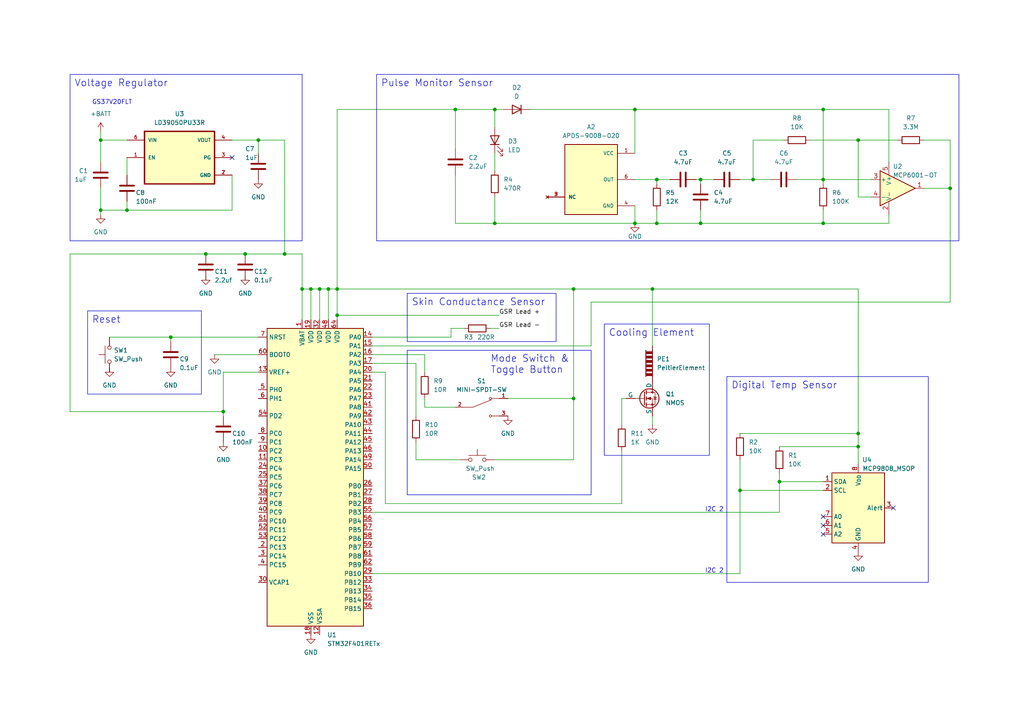
<source format=kicad_sch>
(kicad_sch (version 20230121) (generator eeschema)

  (uuid 8a223f0c-8d53-4fd3-a526-4e061ea13ef2)

  (paper "A4")

  (title_block
    (title "Menopatch")
    (date "2023-11-19")
    (rev "1.2")
    (company "Hot Flash Capstone Grp10")
  )

  (lib_symbols
    (symbol "APDS-9008-020:APDS-9008-020" (pin_names (offset 1.016)) (in_bom yes) (on_board yes)
      (property "Reference" "A" (at -7.62 10.668 0)
        (effects (font (size 1.27 1.27)) (justify left bottom))
      )
      (property "Value" "APDS-9008-020" (at -7.62 -12.7 0)
        (effects (font (size 1.27 1.27)) (justify left bottom))
      )
      (property "Footprint" "APDS-9008-020:XDCR_APDS-9008-020" (at 0 0 0)
        (effects (font (size 1.27 1.27)) (justify bottom) hide)
      )
      (property "Datasheet" "" (at 0 0 0)
        (effects (font (size 1.27 1.27)) hide)
      )
      (property "MF" "Broadcom / Avago" (at 0 0 0)
        (effects (font (size 1.27 1.27)) (justify bottom) hide)
      )
      (property "MAXIMUM_PACKAGE_HEIGHT" "0.55 mm" (at 0 0 0)
        (effects (font (size 1.27 1.27)) (justify bottom) hide)
      )
      (property "Package" "None" (at 0 0 0)
        (effects (font (size 1.27 1.27)) (justify bottom) hide)
      )
      (property "Price" "None" (at 0 0 0)
        (effects (font (size 1.27 1.27)) (justify bottom) hide)
      )
      (property "Check_prices" "https://www.snapeda.com/parts/APDS-9008-020/Avago/view-part/?ref=eda" (at 0 0 0)
        (effects (font (size 1.27 1.27)) (justify bottom) hide)
      )
      (property "STANDARD" "Manufacturer Recommendations" (at 0 0 0)
        (effects (font (size 1.27 1.27)) (justify bottom) hide)
      )
      (property "PARTREV" "November 7, 2008" (at 0 0 0)
        (effects (font (size 1.27 1.27)) (justify bottom) hide)
      )
      (property "SnapEDA_Link" "https://www.snapeda.com/parts/APDS-9008-020/Avago/view-part/?ref=snap" (at 0 0 0)
        (effects (font (size 1.27 1.27)) (justify bottom) hide)
      )
      (property "MP" "APDS-9008-020" (at 0 0 0)
        (effects (font (size 1.27 1.27)) (justify bottom) hide)
      )
      (property "Purchase-URL" "https://www.snapeda.com/api/url_track_click_mouser/?unipart_id=4800250&manufacturer=Broadcom / Avago&part_name=APDS-9008-020&search_term=apds-9008" (at 0 0 0)
        (effects (font (size 1.27 1.27)) (justify bottom) hide)
      )
      (property "Description" "\nOptical Sensor Ambient 565nm Current 6-SMD, No Lead\n" (at 0 0 0)
        (effects (font (size 1.27 1.27)) (justify bottom) hide)
      )
      (property "MANUFACTURER" "Broadcom / Avago" (at 0 0 0)
        (effects (font (size 1.27 1.27)) (justify bottom) hide)
      )
      (property "Availability" "In Stock" (at 0 0 0)
        (effects (font (size 1.27 1.27)) (justify bottom) hide)
      )
      (property "SNAPEDA_PN" "APDS-9008-020" (at 0 0 0)
        (effects (font (size 1.27 1.27)) (justify bottom) hide)
      )
      (symbol "APDS-9008-020_0_0"
        (rectangle (start -7.62 -10.16) (end 7.62 10.16)
          (stroke (width 0.254) (type default))
          (fill (type background))
        )
        (pin power_in line (at 12.7 7.62 180) (length 5.08)
          (name "VCC" (effects (font (size 1.016 1.016))))
          (number "1" (effects (font (size 1.016 1.016))))
        )
        (pin no_connect line (at -12.7 -5.08 0) (length 5.08)
          (name "NC" (effects (font (size 1.016 1.016))))
          (number "2" (effects (font (size 1.016 1.016))))
        )
        (pin no_connect line (at -12.7 -5.08 0) (length 5.08)
          (name "NC" (effects (font (size 1.016 1.016))))
          (number "3" (effects (font (size 1.016 1.016))))
        )
        (pin power_in line (at 12.7 -7.62 180) (length 5.08)
          (name "GND" (effects (font (size 1.016 1.016))))
          (number "4" (effects (font (size 1.016 1.016))))
        )
        (pin no_connect line (at -12.7 -5.08 0) (length 5.08)
          (name "NC" (effects (font (size 1.016 1.016))))
          (number "5" (effects (font (size 1.016 1.016))))
        )
        (pin output line (at 12.7 0 180) (length 5.08)
          (name "OUT" (effects (font (size 1.016 1.016))))
          (number "6" (effects (font (size 1.016 1.016))))
        )
      )
    )
    (symbol "Amplifier_Operational:MCP6001-OT" (pin_names (offset 0.127)) (in_bom yes) (on_board yes)
      (property "Reference" "U" (at -1.27 6.35 0)
        (effects (font (size 1.27 1.27)) (justify left))
      )
      (property "Value" "MCP6001-OT" (at -1.27 3.81 0)
        (effects (font (size 1.27 1.27)) (justify left))
      )
      (property "Footprint" "Package_TO_SOT_SMD:SOT-23-5" (at -2.54 -5.08 0)
        (effects (font (size 1.27 1.27)) (justify left) hide)
      )
      (property "Datasheet" "http://ww1.microchip.com/downloads/en/DeviceDoc/21733j.pdf" (at 0 5.08 0)
        (effects (font (size 1.27 1.27)) hide)
      )
      (property "ki_keywords" "single opamp" (at 0 0 0)
        (effects (font (size 1.27 1.27)) hide)
      )
      (property "ki_description" "1MHz, Low-Power Op Amp, SOT-23-5" (at 0 0 0)
        (effects (font (size 1.27 1.27)) hide)
      )
      (property "ki_fp_filters" "SOT?23*" (at 0 0 0)
        (effects (font (size 1.27 1.27)) hide)
      )
      (symbol "MCP6001-OT_0_1"
        (polyline
          (pts
            (xy -5.08 5.08)
            (xy 5.08 0)
            (xy -5.08 -5.08)
            (xy -5.08 5.08)
          )
          (stroke (width 0.254) (type default))
          (fill (type background))
        )
        (pin power_in line (at -2.54 -7.62 90) (length 3.81)
          (name "V-" (effects (font (size 1.27 1.27))))
          (number "2" (effects (font (size 1.27 1.27))))
        )
        (pin power_in line (at -2.54 7.62 270) (length 3.81)
          (name "V+" (effects (font (size 1.27 1.27))))
          (number "5" (effects (font (size 1.27 1.27))))
        )
      )
      (symbol "MCP6001-OT_1_1"
        (pin output line (at 7.62 0 180) (length 2.54)
          (name "~" (effects (font (size 1.27 1.27))))
          (number "1" (effects (font (size 1.27 1.27))))
        )
        (pin input line (at -7.62 2.54 0) (length 2.54)
          (name "+" (effects (font (size 1.27 1.27))))
          (number "3" (effects (font (size 1.27 1.27))))
        )
        (pin input line (at -7.62 -2.54 0) (length 2.54)
          (name "-" (effects (font (size 1.27 1.27))))
          (number "4" (effects (font (size 1.27 1.27))))
        )
      )
    )
    (symbol "Device:C" (pin_numbers hide) (pin_names (offset 0.254)) (in_bom yes) (on_board yes)
      (property "Reference" "C" (at 0.635 2.54 0)
        (effects (font (size 1.27 1.27)) (justify left))
      )
      (property "Value" "C" (at 0.635 -2.54 0)
        (effects (font (size 1.27 1.27)) (justify left))
      )
      (property "Footprint" "" (at 0.9652 -3.81 0)
        (effects (font (size 1.27 1.27)) hide)
      )
      (property "Datasheet" "~" (at 0 0 0)
        (effects (font (size 1.27 1.27)) hide)
      )
      (property "ki_keywords" "cap capacitor" (at 0 0 0)
        (effects (font (size 1.27 1.27)) hide)
      )
      (property "ki_description" "Unpolarized capacitor" (at 0 0 0)
        (effects (font (size 1.27 1.27)) hide)
      )
      (property "ki_fp_filters" "C_*" (at 0 0 0)
        (effects (font (size 1.27 1.27)) hide)
      )
      (symbol "C_0_1"
        (polyline
          (pts
            (xy -2.032 -0.762)
            (xy 2.032 -0.762)
          )
          (stroke (width 0.508) (type default))
          (fill (type none))
        )
        (polyline
          (pts
            (xy -2.032 0.762)
            (xy 2.032 0.762)
          )
          (stroke (width 0.508) (type default))
          (fill (type none))
        )
      )
      (symbol "C_1_1"
        (pin passive line (at 0 3.81 270) (length 2.794)
          (name "~" (effects (font (size 1.27 1.27))))
          (number "1" (effects (font (size 1.27 1.27))))
        )
        (pin passive line (at 0 -3.81 90) (length 2.794)
          (name "~" (effects (font (size 1.27 1.27))))
          (number "2" (effects (font (size 1.27 1.27))))
        )
      )
    )
    (symbol "Device:D" (pin_numbers hide) (pin_names (offset 1.016) hide) (in_bom yes) (on_board yes)
      (property "Reference" "D" (at 0 2.54 0)
        (effects (font (size 1.27 1.27)))
      )
      (property "Value" "D" (at 0 -2.54 0)
        (effects (font (size 1.27 1.27)))
      )
      (property "Footprint" "" (at 0 0 0)
        (effects (font (size 1.27 1.27)) hide)
      )
      (property "Datasheet" "~" (at 0 0 0)
        (effects (font (size 1.27 1.27)) hide)
      )
      (property "Sim.Device" "D" (at 0 0 0)
        (effects (font (size 1.27 1.27)) hide)
      )
      (property "Sim.Pins" "1=K 2=A" (at 0 0 0)
        (effects (font (size 1.27 1.27)) hide)
      )
      (property "ki_keywords" "diode" (at 0 0 0)
        (effects (font (size 1.27 1.27)) hide)
      )
      (property "ki_description" "Diode" (at 0 0 0)
        (effects (font (size 1.27 1.27)) hide)
      )
      (property "ki_fp_filters" "TO-???* *_Diode_* *SingleDiode* D_*" (at 0 0 0)
        (effects (font (size 1.27 1.27)) hide)
      )
      (symbol "D_0_1"
        (polyline
          (pts
            (xy -1.27 1.27)
            (xy -1.27 -1.27)
          )
          (stroke (width 0.254) (type default))
          (fill (type none))
        )
        (polyline
          (pts
            (xy 1.27 0)
            (xy -1.27 0)
          )
          (stroke (width 0) (type default))
          (fill (type none))
        )
        (polyline
          (pts
            (xy 1.27 1.27)
            (xy 1.27 -1.27)
            (xy -1.27 0)
            (xy 1.27 1.27)
          )
          (stroke (width 0.254) (type default))
          (fill (type none))
        )
      )
      (symbol "D_1_1"
        (pin passive line (at -3.81 0 0) (length 2.54)
          (name "K" (effects (font (size 1.27 1.27))))
          (number "1" (effects (font (size 1.27 1.27))))
        )
        (pin passive line (at 3.81 0 180) (length 2.54)
          (name "A" (effects (font (size 1.27 1.27))))
          (number "2" (effects (font (size 1.27 1.27))))
        )
      )
    )
    (symbol "Device:LED" (pin_numbers hide) (pin_names (offset 1.016) hide) (in_bom yes) (on_board yes)
      (property "Reference" "D" (at 0 2.54 0)
        (effects (font (size 1.27 1.27)))
      )
      (property "Value" "LED" (at 0 -2.54 0)
        (effects (font (size 1.27 1.27)))
      )
      (property "Footprint" "" (at 0 0 0)
        (effects (font (size 1.27 1.27)) hide)
      )
      (property "Datasheet" "~" (at 0 0 0)
        (effects (font (size 1.27 1.27)) hide)
      )
      (property "ki_keywords" "LED diode" (at 0 0 0)
        (effects (font (size 1.27 1.27)) hide)
      )
      (property "ki_description" "Light emitting diode" (at 0 0 0)
        (effects (font (size 1.27 1.27)) hide)
      )
      (property "ki_fp_filters" "LED* LED_SMD:* LED_THT:*" (at 0 0 0)
        (effects (font (size 1.27 1.27)) hide)
      )
      (symbol "LED_0_1"
        (polyline
          (pts
            (xy -1.27 -1.27)
            (xy -1.27 1.27)
          )
          (stroke (width 0.254) (type default))
          (fill (type none))
        )
        (polyline
          (pts
            (xy -1.27 0)
            (xy 1.27 0)
          )
          (stroke (width 0) (type default))
          (fill (type none))
        )
        (polyline
          (pts
            (xy 1.27 -1.27)
            (xy 1.27 1.27)
            (xy -1.27 0)
            (xy 1.27 -1.27)
          )
          (stroke (width 0.254) (type default))
          (fill (type none))
        )
        (polyline
          (pts
            (xy -3.048 -0.762)
            (xy -4.572 -2.286)
            (xy -3.81 -2.286)
            (xy -4.572 -2.286)
            (xy -4.572 -1.524)
          )
          (stroke (width 0) (type default))
          (fill (type none))
        )
        (polyline
          (pts
            (xy -1.778 -0.762)
            (xy -3.302 -2.286)
            (xy -2.54 -2.286)
            (xy -3.302 -2.286)
            (xy -3.302 -1.524)
          )
          (stroke (width 0) (type default))
          (fill (type none))
        )
      )
      (symbol "LED_1_1"
        (pin passive line (at -3.81 0 0) (length 2.54)
          (name "K" (effects (font (size 1.27 1.27))))
          (number "1" (effects (font (size 1.27 1.27))))
        )
        (pin passive line (at 3.81 0 180) (length 2.54)
          (name "A" (effects (font (size 1.27 1.27))))
          (number "2" (effects (font (size 1.27 1.27))))
        )
      )
    )
    (symbol "Device:PeltierElement" (pin_numbers hide) (pin_names (offset 0)) (in_bom yes) (on_board yes)
      (property "Reference" "PE" (at 0 3.175 0)
        (effects (font (size 1.27 1.27)))
      )
      (property "Value" "PeltierElement" (at 0 -1.27 0)
        (effects (font (size 1.27 1.27)))
      )
      (property "Footprint" "" (at 0 -1.778 0)
        (effects (font (size 1.27 1.27)) hide)
      )
      (property "Datasheet" "~" (at 0 0.635 90)
        (effects (font (size 1.27 1.27)) hide)
      )
      (property "ki_keywords" "Peltier TEC" (at 0 0 0)
        (effects (font (size 1.27 1.27)) hide)
      )
      (property "ki_description" "Peltier element, thermoelectric cooler" (at 0 0 0)
        (effects (font (size 1.27 1.27)) hide)
      )
      (symbol "PeltierElement_0_1"
        (rectangle (start -3.556 1.905) (end -2.921 0)
          (stroke (width 0) (type default))
          (fill (type outline))
        )
        (rectangle (start -2.286 1.905) (end -1.651 0)
          (stroke (width 0) (type default))
          (fill (type outline))
        )
        (rectangle (start -0.381 1.905) (end -1.016 0)
          (stroke (width 0) (type default))
          (fill (type outline))
        )
        (polyline
          (pts
            (xy -3.81 0)
            (xy 3.81 0)
          )
          (stroke (width 0.254) (type default))
          (fill (type outline))
        )
        (polyline
          (pts
            (xy -3.81 1.905)
            (xy 3.81 1.905)
          )
          (stroke (width 0.254) (type default))
          (fill (type none))
        )
        (rectangle (start 0.889 1.905) (end 0.254 0)
          (stroke (width 0) (type default))
          (fill (type outline))
        )
        (rectangle (start 1.524 0) (end 2.159 1.905)
          (stroke (width 0) (type default))
          (fill (type outline))
        )
        (rectangle (start 2.794 0) (end 3.429 1.905)
          (stroke (width 0) (type default))
          (fill (type outline))
        )
      )
      (symbol "PeltierElement_1_1"
        (pin passive line (at -5.08 0 0) (length 1.27)
          (name "~" (effects (font (size 1.27 1.27))))
          (number "1" (effects (font (size 1.27 1.27))))
        )
        (pin passive line (at 5.08 0 180) (length 1.27)
          (name "~" (effects (font (size 1.27 1.27))))
          (number "2" (effects (font (size 1.27 1.27))))
        )
      )
    )
    (symbol "Device:R" (pin_numbers hide) (pin_names (offset 0)) (in_bom yes) (on_board yes)
      (property "Reference" "R" (at 2.032 0 90)
        (effects (font (size 1.27 1.27)))
      )
      (property "Value" "R" (at 0 0 90)
        (effects (font (size 1.27 1.27)))
      )
      (property "Footprint" "" (at -1.778 0 90)
        (effects (font (size 1.27 1.27)) hide)
      )
      (property "Datasheet" "~" (at 0 0 0)
        (effects (font (size 1.27 1.27)) hide)
      )
      (property "ki_keywords" "R res resistor" (at 0 0 0)
        (effects (font (size 1.27 1.27)) hide)
      )
      (property "ki_description" "Resistor" (at 0 0 0)
        (effects (font (size 1.27 1.27)) hide)
      )
      (property "ki_fp_filters" "R_*" (at 0 0 0)
        (effects (font (size 1.27 1.27)) hide)
      )
      (symbol "R_0_1"
        (rectangle (start -1.016 -2.54) (end 1.016 2.54)
          (stroke (width 0.254) (type default))
          (fill (type none))
        )
      )
      (symbol "R_1_1"
        (pin passive line (at 0 3.81 270) (length 1.27)
          (name "~" (effects (font (size 1.27 1.27))))
          (number "1" (effects (font (size 1.27 1.27))))
        )
        (pin passive line (at 0 -3.81 90) (length 1.27)
          (name "~" (effects (font (size 1.27 1.27))))
          (number "2" (effects (font (size 1.27 1.27))))
        )
      )
    )
    (symbol "LD39050PU33R:LD39050PU33R" (pin_names (offset 1.016)) (in_bom yes) (on_board yes)
      (property "Reference" "U" (at -10.16 8.62 0)
        (effects (font (size 1.27 1.27)) (justify left bottom))
      )
      (property "Value" "LD39050PU33R" (at -10.16 -11.62 0)
        (effects (font (size 1.27 1.27)) (justify left bottom))
      )
      (property "Footprint" "LD39050PU33R:SON95P300X300X100-7N" (at 0 0 0)
        (effects (font (size 1.27 1.27)) (justify bottom) hide)
      )
      (property "Datasheet" "" (at 0 0 0)
        (effects (font (size 1.27 1.27)) hide)
      )
      (property "MF" "STMicroelectronics" (at 0 0 0)
        (effects (font (size 1.27 1.27)) (justify bottom) hide)
      )
      (property "DIGI-KEY_PURCHASE_URL" "https://www.digikey.ph/product-detail/en/stmicroelectronics/LD39050PU33R/497-8716-1-ND/2039901?utm_source=snapeda&utm_medium=aggregator&utm_campaign=symbol" (at 0 0 0)
        (effects (font (size 1.27 1.27)) (justify bottom) hide)
      )
      (property "Description" "\nLinear Voltage Regulator IC Positive Fixed 1 Output 500mA 6-DFN (3x3)\n" (at 0 0 0)
        (effects (font (size 1.27 1.27)) (justify bottom) hide)
      )
      (property "PACKAGE" "DFN-6 STMicroelectronics" (at 0 0 0)
        (effects (font (size 1.27 1.27)) (justify bottom) hide)
      )
      (property "Price" "None" (at 0 0 0)
        (effects (font (size 1.27 1.27)) (justify bottom) hide)
      )
      (property "Package" "DFN-6 STMicroelectronics" (at 0 0 0)
        (effects (font (size 1.27 1.27)) (justify bottom) hide)
      )
      (property "STANDARD" "IPC7351B" (at 0 0 0)
        (effects (font (size 1.27 1.27)) (justify bottom) hide)
      )
      (property "SnapEDA_Link" "https://www.snapeda.com/parts/LD39050PU33R/STMicroelectronics/view-part/?ref=snap" (at 0 0 0)
        (effects (font (size 1.27 1.27)) (justify bottom) hide)
      )
      (property "MP" "LD39050PU33R" (at 0 0 0)
        (effects (font (size 1.27 1.27)) (justify bottom) hide)
      )
      (property "Purchase-URL" "https://www.snapeda.com/api/url_track_click_mouser/?unipart_id=424453&manufacturer=STMicroelectronics&part_name=LD39050PU33R&search_term=ld39050pu33r" (at 0 0 0)
        (effects (font (size 1.27 1.27)) (justify bottom) hide)
      )
      (property "DIGI-KEY_PART_NUMBER" "497-8716-1-ND" (at 0 0 0)
        (effects (font (size 1.27 1.27)) (justify bottom) hide)
      )
      (property "Availability" "In Stock" (at 0 0 0)
        (effects (font (size 1.27 1.27)) (justify bottom) hide)
      )
      (property "Check_prices" "https://www.snapeda.com/parts/LD39050PU33R/STMicroelectronics/view-part/?ref=eda" (at 0 0 0)
        (effects (font (size 1.27 1.27)) (justify bottom) hide)
      )
      (symbol "LD39050PU33R_0_0"
        (rectangle (start -10.16 -7.62) (end 10.16 7.62)
          (stroke (width 0.41) (type default))
          (fill (type background))
        )
        (pin input line (at -15.24 0 0) (length 5.08)
          (name "EN" (effects (font (size 1.016 1.016))))
          (number "1" (effects (font (size 1.016 1.016))))
        )
        (pin power_in line (at 15.24 -5.08 180) (length 5.08)
          (name "GND" (effects (font (size 1.016 1.016))))
          (number "2" (effects (font (size 1.016 1.016))))
        )
        (pin bidirectional line (at 15.24 0 180) (length 5.08)
          (name "PG" (effects (font (size 1.016 1.016))))
          (number "3" (effects (font (size 1.016 1.016))))
        )
        (pin output line (at 15.24 5.08 180) (length 5.08)
          (name "VOUT" (effects (font (size 1.016 1.016))))
          (number "4" (effects (font (size 1.016 1.016))))
        )
        (pin power_in line (at -15.24 5.08 0) (length 5.08)
          (name "VIN" (effects (font (size 1.016 1.016))))
          (number "6" (effects (font (size 1.016 1.016))))
        )
        (pin power_in line (at 15.24 -5.08 180) (length 5.08)
          (name "GND" (effects (font (size 1.016 1.016))))
          (number "7" (effects (font (size 1.016 1.016))))
        )
      )
    )
    (symbol "MCU_ST_STM32F4:STM32F401RETx" (in_bom yes) (on_board yes)
      (property "Reference" "U" (at -12.7 44.45 0)
        (effects (font (size 1.27 1.27)) (justify left))
      )
      (property "Value" "STM32F401RETx" (at 10.16 44.45 0)
        (effects (font (size 1.27 1.27)) (justify left))
      )
      (property "Footprint" "Package_QFP:LQFP-64_10x10mm_P0.5mm" (at -12.7 -43.18 0)
        (effects (font (size 1.27 1.27)) (justify right) hide)
      )
      (property "Datasheet" "https://www.st.com/resource/en/datasheet/stm32f401re.pdf" (at 0 0 0)
        (effects (font (size 1.27 1.27)) hide)
      )
      (property "ki_locked" "" (at 0 0 0)
        (effects (font (size 1.27 1.27)))
      )
      (property "ki_keywords" "Arm Cortex-M4 STM32F4 STM32F401" (at 0 0 0)
        (effects (font (size 1.27 1.27)) hide)
      )
      (property "ki_description" "STMicroelectronics Arm Cortex-M4 MCU, 512KB flash, 96KB RAM, 84 MHz, 1.7-3.6V, 50 GPIO, LQFP64" (at 0 0 0)
        (effects (font (size 1.27 1.27)) hide)
      )
      (property "ki_fp_filters" "LQFP*10x10mm*P0.5mm*" (at 0 0 0)
        (effects (font (size 1.27 1.27)) hide)
      )
      (symbol "STM32F401RETx_0_1"
        (rectangle (start -12.7 -43.18) (end 15.24 43.18)
          (stroke (width 0.254) (type default))
          (fill (type background))
        )
      )
      (symbol "STM32F401RETx_1_1"
        (pin power_in line (at -2.54 45.72 270) (length 2.54)
          (name "VBAT" (effects (font (size 1.27 1.27))))
          (number "1" (effects (font (size 1.27 1.27))))
        )
        (pin bidirectional line (at -15.24 7.62 0) (length 2.54)
          (name "PC2" (effects (font (size 1.27 1.27))))
          (number "10" (effects (font (size 1.27 1.27))))
          (alternate "ADC1_IN12" bidirectional line)
          (alternate "I2S2_ext_SD" bidirectional line)
          (alternate "SPI2_MISO" bidirectional line)
        )
        (pin bidirectional line (at -15.24 5.08 0) (length 2.54)
          (name "PC3" (effects (font (size 1.27 1.27))))
          (number "11" (effects (font (size 1.27 1.27))))
          (alternate "ADC1_IN13" bidirectional line)
          (alternate "I2S2_SD" bidirectional line)
          (alternate "SPI2_MOSI" bidirectional line)
        )
        (pin power_in line (at 2.54 -45.72 90) (length 2.54)
          (name "VSSA" (effects (font (size 1.27 1.27))))
          (number "12" (effects (font (size 1.27 1.27))))
        )
        (pin input line (at -15.24 30.48 0) (length 2.54)
          (name "VREF+" (effects (font (size 1.27 1.27))))
          (number "13" (effects (font (size 1.27 1.27))))
        )
        (pin bidirectional line (at 17.78 40.64 180) (length 2.54)
          (name "PA0" (effects (font (size 1.27 1.27))))
          (number "14" (effects (font (size 1.27 1.27))))
          (alternate "ADC1_IN0" bidirectional line)
          (alternate "SYS_WKUP" bidirectional line)
          (alternate "TIM2_CH1" bidirectional line)
          (alternate "TIM2_ETR" bidirectional line)
          (alternate "TIM5_CH1" bidirectional line)
          (alternate "USART2_CTS" bidirectional line)
        )
        (pin bidirectional line (at 17.78 38.1 180) (length 2.54)
          (name "PA1" (effects (font (size 1.27 1.27))))
          (number "15" (effects (font (size 1.27 1.27))))
          (alternate "ADC1_IN1" bidirectional line)
          (alternate "TIM2_CH2" bidirectional line)
          (alternate "TIM5_CH2" bidirectional line)
          (alternate "USART2_RTS" bidirectional line)
        )
        (pin bidirectional line (at 17.78 35.56 180) (length 2.54)
          (name "PA2" (effects (font (size 1.27 1.27))))
          (number "16" (effects (font (size 1.27 1.27))))
          (alternate "ADC1_IN2" bidirectional line)
          (alternate "TIM2_CH3" bidirectional line)
          (alternate "TIM5_CH3" bidirectional line)
          (alternate "TIM9_CH1" bidirectional line)
          (alternate "USART2_TX" bidirectional line)
        )
        (pin bidirectional line (at 17.78 33.02 180) (length 2.54)
          (name "PA3" (effects (font (size 1.27 1.27))))
          (number "17" (effects (font (size 1.27 1.27))))
          (alternate "ADC1_IN3" bidirectional line)
          (alternate "TIM2_CH4" bidirectional line)
          (alternate "TIM5_CH4" bidirectional line)
          (alternate "TIM9_CH2" bidirectional line)
          (alternate "USART2_RX" bidirectional line)
        )
        (pin power_in line (at 0 -45.72 90) (length 2.54)
          (name "VSS" (effects (font (size 1.27 1.27))))
          (number "18" (effects (font (size 1.27 1.27))))
        )
        (pin power_in line (at 0 45.72 270) (length 2.54)
          (name "VDD" (effects (font (size 1.27 1.27))))
          (number "19" (effects (font (size 1.27 1.27))))
        )
        (pin bidirectional line (at -15.24 -20.32 0) (length 2.54)
          (name "PC13" (effects (font (size 1.27 1.27))))
          (number "2" (effects (font (size 1.27 1.27))))
          (alternate "RTC_AF1" bidirectional line)
        )
        (pin bidirectional line (at 17.78 30.48 180) (length 2.54)
          (name "PA4" (effects (font (size 1.27 1.27))))
          (number "20" (effects (font (size 1.27 1.27))))
          (alternate "ADC1_IN4" bidirectional line)
          (alternate "I2S3_WS" bidirectional line)
          (alternate "SPI1_NSS" bidirectional line)
          (alternate "SPI3_NSS" bidirectional line)
          (alternate "USART2_CK" bidirectional line)
        )
        (pin bidirectional line (at 17.78 27.94 180) (length 2.54)
          (name "PA5" (effects (font (size 1.27 1.27))))
          (number "21" (effects (font (size 1.27 1.27))))
          (alternate "ADC1_IN5" bidirectional line)
          (alternate "SPI1_SCK" bidirectional line)
          (alternate "TIM2_CH1" bidirectional line)
          (alternate "TIM2_ETR" bidirectional line)
        )
        (pin bidirectional line (at 17.78 25.4 180) (length 2.54)
          (name "PA6" (effects (font (size 1.27 1.27))))
          (number "22" (effects (font (size 1.27 1.27))))
          (alternate "ADC1_IN6" bidirectional line)
          (alternate "SPI1_MISO" bidirectional line)
          (alternate "TIM1_BKIN" bidirectional line)
          (alternate "TIM3_CH1" bidirectional line)
        )
        (pin bidirectional line (at 17.78 22.86 180) (length 2.54)
          (name "PA7" (effects (font (size 1.27 1.27))))
          (number "23" (effects (font (size 1.27 1.27))))
          (alternate "ADC1_IN7" bidirectional line)
          (alternate "SPI1_MOSI" bidirectional line)
          (alternate "TIM1_CH1N" bidirectional line)
          (alternate "TIM3_CH2" bidirectional line)
        )
        (pin bidirectional line (at -15.24 2.54 0) (length 2.54)
          (name "PC4" (effects (font (size 1.27 1.27))))
          (number "24" (effects (font (size 1.27 1.27))))
          (alternate "ADC1_IN14" bidirectional line)
        )
        (pin bidirectional line (at -15.24 0 0) (length 2.54)
          (name "PC5" (effects (font (size 1.27 1.27))))
          (number "25" (effects (font (size 1.27 1.27))))
          (alternate "ADC1_IN15" bidirectional line)
        )
        (pin bidirectional line (at 17.78 -2.54 180) (length 2.54)
          (name "PB0" (effects (font (size 1.27 1.27))))
          (number "26" (effects (font (size 1.27 1.27))))
          (alternate "ADC1_IN8" bidirectional line)
          (alternate "TIM1_CH2N" bidirectional line)
          (alternate "TIM3_CH3" bidirectional line)
        )
        (pin bidirectional line (at 17.78 -5.08 180) (length 2.54)
          (name "PB1" (effects (font (size 1.27 1.27))))
          (number "27" (effects (font (size 1.27 1.27))))
          (alternate "ADC1_IN9" bidirectional line)
          (alternate "TIM1_CH3N" bidirectional line)
          (alternate "TIM3_CH4" bidirectional line)
        )
        (pin bidirectional line (at 17.78 -7.62 180) (length 2.54)
          (name "PB2" (effects (font (size 1.27 1.27))))
          (number "28" (effects (font (size 1.27 1.27))))
        )
        (pin bidirectional line (at 17.78 -27.94 180) (length 2.54)
          (name "PB10" (effects (font (size 1.27 1.27))))
          (number "29" (effects (font (size 1.27 1.27))))
          (alternate "I2C2_SCL" bidirectional line)
          (alternate "I2S2_CK" bidirectional line)
          (alternate "SPI2_SCK" bidirectional line)
          (alternate "TIM2_CH3" bidirectional line)
        )
        (pin bidirectional line (at -15.24 -22.86 0) (length 2.54)
          (name "PC14" (effects (font (size 1.27 1.27))))
          (number "3" (effects (font (size 1.27 1.27))))
          (alternate "RCC_OSC32_IN" bidirectional line)
        )
        (pin power_out line (at -15.24 -30.48 0) (length 2.54)
          (name "VCAP1" (effects (font (size 1.27 1.27))))
          (number "30" (effects (font (size 1.27 1.27))))
        )
        (pin passive line (at 0 -45.72 90) (length 2.54) hide
          (name "VSS" (effects (font (size 1.27 1.27))))
          (number "31" (effects (font (size 1.27 1.27))))
        )
        (pin power_in line (at 2.54 45.72 270) (length 2.54)
          (name "VDD" (effects (font (size 1.27 1.27))))
          (number "32" (effects (font (size 1.27 1.27))))
        )
        (pin bidirectional line (at 17.78 -30.48 180) (length 2.54)
          (name "PB12" (effects (font (size 1.27 1.27))))
          (number "33" (effects (font (size 1.27 1.27))))
          (alternate "I2C2_SMBA" bidirectional line)
          (alternate "I2S2_WS" bidirectional line)
          (alternate "SPI2_NSS" bidirectional line)
          (alternate "TIM1_BKIN" bidirectional line)
        )
        (pin bidirectional line (at 17.78 -33.02 180) (length 2.54)
          (name "PB13" (effects (font (size 1.27 1.27))))
          (number "34" (effects (font (size 1.27 1.27))))
          (alternate "I2S2_CK" bidirectional line)
          (alternate "SPI2_SCK" bidirectional line)
          (alternate "TIM1_CH1N" bidirectional line)
        )
        (pin bidirectional line (at 17.78 -35.56 180) (length 2.54)
          (name "PB14" (effects (font (size 1.27 1.27))))
          (number "35" (effects (font (size 1.27 1.27))))
          (alternate "I2S2_ext_SD" bidirectional line)
          (alternate "SPI2_MISO" bidirectional line)
          (alternate "TIM1_CH2N" bidirectional line)
        )
        (pin bidirectional line (at 17.78 -38.1 180) (length 2.54)
          (name "PB15" (effects (font (size 1.27 1.27))))
          (number "36" (effects (font (size 1.27 1.27))))
          (alternate "ADC1_EXTI15" bidirectional line)
          (alternate "I2S2_SD" bidirectional line)
          (alternate "RTC_REFIN" bidirectional line)
          (alternate "SPI2_MOSI" bidirectional line)
          (alternate "TIM1_CH3N" bidirectional line)
        )
        (pin bidirectional line (at -15.24 -2.54 0) (length 2.54)
          (name "PC6" (effects (font (size 1.27 1.27))))
          (number "37" (effects (font (size 1.27 1.27))))
          (alternate "I2S2_MCK" bidirectional line)
          (alternate "SDIO_D6" bidirectional line)
          (alternate "TIM3_CH1" bidirectional line)
          (alternate "USART6_TX" bidirectional line)
        )
        (pin bidirectional line (at -15.24 -5.08 0) (length 2.54)
          (name "PC7" (effects (font (size 1.27 1.27))))
          (number "38" (effects (font (size 1.27 1.27))))
          (alternate "I2S3_MCK" bidirectional line)
          (alternate "SDIO_D7" bidirectional line)
          (alternate "TIM3_CH2" bidirectional line)
          (alternate "USART6_RX" bidirectional line)
        )
        (pin bidirectional line (at -15.24 -7.62 0) (length 2.54)
          (name "PC8" (effects (font (size 1.27 1.27))))
          (number "39" (effects (font (size 1.27 1.27))))
          (alternate "SDIO_D0" bidirectional line)
          (alternate "TIM3_CH3" bidirectional line)
          (alternate "USART6_CK" bidirectional line)
        )
        (pin bidirectional line (at -15.24 -25.4 0) (length 2.54)
          (name "PC15" (effects (font (size 1.27 1.27))))
          (number "4" (effects (font (size 1.27 1.27))))
          (alternate "ADC1_EXTI15" bidirectional line)
          (alternate "RCC_OSC32_OUT" bidirectional line)
        )
        (pin bidirectional line (at -15.24 -10.16 0) (length 2.54)
          (name "PC9" (effects (font (size 1.27 1.27))))
          (number "40" (effects (font (size 1.27 1.27))))
          (alternate "I2C3_SDA" bidirectional line)
          (alternate "I2S_CKIN" bidirectional line)
          (alternate "RCC_MCO_2" bidirectional line)
          (alternate "SDIO_D1" bidirectional line)
          (alternate "TIM3_CH4" bidirectional line)
        )
        (pin bidirectional line (at 17.78 20.32 180) (length 2.54)
          (name "PA8" (effects (font (size 1.27 1.27))))
          (number "41" (effects (font (size 1.27 1.27))))
          (alternate "I2C3_SCL" bidirectional line)
          (alternate "RCC_MCO_1" bidirectional line)
          (alternate "TIM1_CH1" bidirectional line)
          (alternate "USART1_CK" bidirectional line)
          (alternate "USB_OTG_FS_SOF" bidirectional line)
        )
        (pin bidirectional line (at 17.78 17.78 180) (length 2.54)
          (name "PA9" (effects (font (size 1.27 1.27))))
          (number "42" (effects (font (size 1.27 1.27))))
          (alternate "I2C3_SMBA" bidirectional line)
          (alternate "TIM1_CH2" bidirectional line)
          (alternate "USART1_TX" bidirectional line)
          (alternate "USB_OTG_FS_VBUS" bidirectional line)
        )
        (pin bidirectional line (at 17.78 15.24 180) (length 2.54)
          (name "PA10" (effects (font (size 1.27 1.27))))
          (number "43" (effects (font (size 1.27 1.27))))
          (alternate "TIM1_CH3" bidirectional line)
          (alternate "USART1_RX" bidirectional line)
          (alternate "USB_OTG_FS_ID" bidirectional line)
        )
        (pin bidirectional line (at 17.78 12.7 180) (length 2.54)
          (name "PA11" (effects (font (size 1.27 1.27))))
          (number "44" (effects (font (size 1.27 1.27))))
          (alternate "ADC1_EXTI11" bidirectional line)
          (alternate "TIM1_CH4" bidirectional line)
          (alternate "USART1_CTS" bidirectional line)
          (alternate "USART6_TX" bidirectional line)
          (alternate "USB_OTG_FS_DM" bidirectional line)
        )
        (pin bidirectional line (at 17.78 10.16 180) (length 2.54)
          (name "PA12" (effects (font (size 1.27 1.27))))
          (number "45" (effects (font (size 1.27 1.27))))
          (alternate "TIM1_ETR" bidirectional line)
          (alternate "USART1_RTS" bidirectional line)
          (alternate "USART6_RX" bidirectional line)
          (alternate "USB_OTG_FS_DP" bidirectional line)
        )
        (pin bidirectional line (at 17.78 7.62 180) (length 2.54)
          (name "PA13" (effects (font (size 1.27 1.27))))
          (number "46" (effects (font (size 1.27 1.27))))
          (alternate "SYS_JTMS-SWDIO" bidirectional line)
        )
        (pin passive line (at 0 -45.72 90) (length 2.54) hide
          (name "VSS" (effects (font (size 1.27 1.27))))
          (number "47" (effects (font (size 1.27 1.27))))
        )
        (pin power_in line (at 5.08 45.72 270) (length 2.54)
          (name "VDD" (effects (font (size 1.27 1.27))))
          (number "48" (effects (font (size 1.27 1.27))))
        )
        (pin bidirectional line (at 17.78 5.08 180) (length 2.54)
          (name "PA14" (effects (font (size 1.27 1.27))))
          (number "49" (effects (font (size 1.27 1.27))))
          (alternate "SYS_JTCK-SWCLK" bidirectional line)
        )
        (pin bidirectional line (at -15.24 25.4 0) (length 2.54)
          (name "PH0" (effects (font (size 1.27 1.27))))
          (number "5" (effects (font (size 1.27 1.27))))
          (alternate "RCC_OSC_IN" bidirectional line)
        )
        (pin bidirectional line (at 17.78 2.54 180) (length 2.54)
          (name "PA15" (effects (font (size 1.27 1.27))))
          (number "50" (effects (font (size 1.27 1.27))))
          (alternate "ADC1_EXTI15" bidirectional line)
          (alternate "I2S3_WS" bidirectional line)
          (alternate "SPI1_NSS" bidirectional line)
          (alternate "SPI3_NSS" bidirectional line)
          (alternate "SYS_JTDI" bidirectional line)
          (alternate "TIM2_CH1" bidirectional line)
          (alternate "TIM2_ETR" bidirectional line)
        )
        (pin bidirectional line (at -15.24 -12.7 0) (length 2.54)
          (name "PC10" (effects (font (size 1.27 1.27))))
          (number "51" (effects (font (size 1.27 1.27))))
          (alternate "I2S3_CK" bidirectional line)
          (alternate "SDIO_D2" bidirectional line)
          (alternate "SPI3_SCK" bidirectional line)
        )
        (pin bidirectional line (at -15.24 -15.24 0) (length 2.54)
          (name "PC11" (effects (font (size 1.27 1.27))))
          (number "52" (effects (font (size 1.27 1.27))))
          (alternate "ADC1_EXTI11" bidirectional line)
          (alternate "I2S3_ext_SD" bidirectional line)
          (alternate "SDIO_D3" bidirectional line)
          (alternate "SPI3_MISO" bidirectional line)
        )
        (pin bidirectional line (at -15.24 -17.78 0) (length 2.54)
          (name "PC12" (effects (font (size 1.27 1.27))))
          (number "53" (effects (font (size 1.27 1.27))))
          (alternate "I2S3_SD" bidirectional line)
          (alternate "SDIO_CK" bidirectional line)
          (alternate "SPI3_MOSI" bidirectional line)
        )
        (pin bidirectional line (at -15.24 17.78 0) (length 2.54)
          (name "PD2" (effects (font (size 1.27 1.27))))
          (number "54" (effects (font (size 1.27 1.27))))
          (alternate "SDIO_CMD" bidirectional line)
          (alternate "TIM3_ETR" bidirectional line)
        )
        (pin bidirectional line (at 17.78 -10.16 180) (length 2.54)
          (name "PB3" (effects (font (size 1.27 1.27))))
          (number "55" (effects (font (size 1.27 1.27))))
          (alternate "I2C2_SDA" bidirectional line)
          (alternate "I2S3_CK" bidirectional line)
          (alternate "SPI1_SCK" bidirectional line)
          (alternate "SPI3_SCK" bidirectional line)
          (alternate "SYS_JTDO-SWO" bidirectional line)
          (alternate "TIM2_CH2" bidirectional line)
        )
        (pin bidirectional line (at 17.78 -12.7 180) (length 2.54)
          (name "PB4" (effects (font (size 1.27 1.27))))
          (number "56" (effects (font (size 1.27 1.27))))
          (alternate "I2C3_SDA" bidirectional line)
          (alternate "I2S3_ext_SD" bidirectional line)
          (alternate "SPI1_MISO" bidirectional line)
          (alternate "SPI3_MISO" bidirectional line)
          (alternate "SYS_JTRST" bidirectional line)
          (alternate "TIM3_CH1" bidirectional line)
        )
        (pin bidirectional line (at 17.78 -15.24 180) (length 2.54)
          (name "PB5" (effects (font (size 1.27 1.27))))
          (number "57" (effects (font (size 1.27 1.27))))
          (alternate "I2C1_SMBA" bidirectional line)
          (alternate "I2S3_SD" bidirectional line)
          (alternate "SPI1_MOSI" bidirectional line)
          (alternate "SPI3_MOSI" bidirectional line)
          (alternate "TIM3_CH2" bidirectional line)
        )
        (pin bidirectional line (at 17.78 -17.78 180) (length 2.54)
          (name "PB6" (effects (font (size 1.27 1.27))))
          (number "58" (effects (font (size 1.27 1.27))))
          (alternate "I2C1_SCL" bidirectional line)
          (alternate "TIM4_CH1" bidirectional line)
          (alternate "USART1_TX" bidirectional line)
        )
        (pin bidirectional line (at 17.78 -20.32 180) (length 2.54)
          (name "PB7" (effects (font (size 1.27 1.27))))
          (number "59" (effects (font (size 1.27 1.27))))
          (alternate "I2C1_SDA" bidirectional line)
          (alternate "TIM4_CH2" bidirectional line)
          (alternate "USART1_RX" bidirectional line)
        )
        (pin bidirectional line (at -15.24 22.86 0) (length 2.54)
          (name "PH1" (effects (font (size 1.27 1.27))))
          (number "6" (effects (font (size 1.27 1.27))))
          (alternate "RCC_OSC_OUT" bidirectional line)
        )
        (pin input line (at -15.24 35.56 0) (length 2.54)
          (name "BOOT0" (effects (font (size 1.27 1.27))))
          (number "60" (effects (font (size 1.27 1.27))))
        )
        (pin bidirectional line (at 17.78 -22.86 180) (length 2.54)
          (name "PB8" (effects (font (size 1.27 1.27))))
          (number "61" (effects (font (size 1.27 1.27))))
          (alternate "I2C1_SCL" bidirectional line)
          (alternate "SDIO_D4" bidirectional line)
          (alternate "TIM10_CH1" bidirectional line)
          (alternate "TIM4_CH3" bidirectional line)
        )
        (pin bidirectional line (at 17.78 -25.4 180) (length 2.54)
          (name "PB9" (effects (font (size 1.27 1.27))))
          (number "62" (effects (font (size 1.27 1.27))))
          (alternate "I2C1_SDA" bidirectional line)
          (alternate "I2S2_WS" bidirectional line)
          (alternate "SDIO_D5" bidirectional line)
          (alternate "SPI2_NSS" bidirectional line)
          (alternate "TIM11_CH1" bidirectional line)
          (alternate "TIM4_CH4" bidirectional line)
        )
        (pin passive line (at 0 -45.72 90) (length 2.54) hide
          (name "VSS" (effects (font (size 1.27 1.27))))
          (number "63" (effects (font (size 1.27 1.27))))
        )
        (pin power_in line (at 7.62 45.72 270) (length 2.54)
          (name "VDD" (effects (font (size 1.27 1.27))))
          (number "64" (effects (font (size 1.27 1.27))))
        )
        (pin input line (at -15.24 40.64 0) (length 2.54)
          (name "NRST" (effects (font (size 1.27 1.27))))
          (number "7" (effects (font (size 1.27 1.27))))
        )
        (pin bidirectional line (at -15.24 12.7 0) (length 2.54)
          (name "PC0" (effects (font (size 1.27 1.27))))
          (number "8" (effects (font (size 1.27 1.27))))
          (alternate "ADC1_IN10" bidirectional line)
        )
        (pin bidirectional line (at -15.24 10.16 0) (length 2.54)
          (name "PC1" (effects (font (size 1.27 1.27))))
          (number "9" (effects (font (size 1.27 1.27))))
          (alternate "ADC1_IN11" bidirectional line)
        )
      )
    )
    (symbol "MINI-SPDT-SW:MINI-SPDT-SW" (pin_names (offset 1.016)) (in_bom yes) (on_board yes)
      (property "Reference" "S" (at -2.54 5.08 0)
        (effects (font (size 1.27 1.27)) (justify left bottom))
      )
      (property "Value" "MINI-SPDT-SW" (at -2.54 -5.08 0)
        (effects (font (size 1.27 1.27)) (justify left top))
      )
      (property "Footprint" "MINI-SPDT-SW:SW_MINI-SPDT-SW" (at 0 0 0)
        (effects (font (size 1.27 1.27)) (justify bottom) hide)
      )
      (property "Datasheet" "" (at 0 0 0)
        (effects (font (size 1.27 1.27)) hide)
      )
      (property "MF" "Gravitech" (at 0 0 0)
        (effects (font (size 1.27 1.27)) (justify bottom) hide)
      )
      (property "Description" "\nSlide Switches MINI SPDT SWITCH\n" (at 0 0 0)
        (effects (font (size 1.27 1.27)) (justify bottom) hide)
      )
      (property "Package" "None" (at 0 0 0)
        (effects (font (size 1.27 1.27)) (justify bottom) hide)
      )
      (property "Price" "None" (at 0 0 0)
        (effects (font (size 1.27 1.27)) (justify bottom) hide)
      )
      (property "Check_prices" "https://www.snapeda.com/parts/MINI-SPDT-SW/Gravitech/view-part/?ref=eda" (at 0 0 0)
        (effects (font (size 1.27 1.27)) (justify bottom) hide)
      )
      (property "STANDARD" "Manufacturer Recommendations" (at 0 0 0)
        (effects (font (size 1.27 1.27)) (justify bottom) hide)
      )
      (property "PARTREV" "C" (at 0 0 0)
        (effects (font (size 1.27 1.27)) (justify bottom) hide)
      )
      (property "SnapEDA_Link" "https://www.snapeda.com/parts/MINI-SPDT-SW/Gravitech/view-part/?ref=snap" (at 0 0 0)
        (effects (font (size 1.27 1.27)) (justify bottom) hide)
      )
      (property "MP" "MINI-SPDT-SW" (at 0 0 0)
        (effects (font (size 1.27 1.27)) (justify bottom) hide)
      )
      (property "Availability" "In Stock" (at 0 0 0)
        (effects (font (size 1.27 1.27)) (justify bottom) hide)
      )
      (property "MANUFACTURER" "GRAVITECH" (at 0 0 0)
        (effects (font (size 1.27 1.27)) (justify bottom) hide)
      )
      (symbol "MINI-SPDT-SW_0_0"
        (polyline
          (pts
            (xy -2.54 0)
            (xy -5.08 0)
          )
          (stroke (width 0.1524) (type default))
          (fill (type none))
        )
        (polyline
          (pts
            (xy -2.54 0)
            (xy 2.794 2.1336)
          )
          (stroke (width 0.1524) (type default))
          (fill (type none))
        )
        (polyline
          (pts
            (xy 5.08 -2.54)
            (xy 2.921 -2.54)
          )
          (stroke (width 0.1524) (type default))
          (fill (type none))
        )
        (polyline
          (pts
            (xy 5.08 2.54)
            (xy 2.921 2.54)
          )
          (stroke (width 0.1524) (type default))
          (fill (type none))
        )
        (circle (center 2.54 -2.54) (radius 0.3302)
          (stroke (width 0.1524) (type default))
          (fill (type none))
        )
        (circle (center 2.54 2.54) (radius 0.3302)
          (stroke (width 0.1524) (type default))
          (fill (type none))
        )
        (pin passive line (at 7.62 2.54 180) (length 2.54)
          (name "~" (effects (font (size 1.016 1.016))))
          (number "1" (effects (font (size 1.016 1.016))))
        )
        (pin passive line (at -7.62 0 0) (length 2.54)
          (name "~" (effects (font (size 1.016 1.016))))
          (number "2" (effects (font (size 1.016 1.016))))
        )
        (pin passive line (at 7.62 -2.54 180) (length 2.54)
          (name "~" (effects (font (size 1.016 1.016))))
          (number "3" (effects (font (size 1.016 1.016))))
        )
      )
    )
    (symbol "Sensor_Temperature:MCP9808_MSOP" (in_bom yes) (on_board yes)
      (property "Reference" "U" (at -6.35 11.43 0)
        (effects (font (size 1.27 1.27)))
      )
      (property "Value" "MCP9808_MSOP" (at 10.16 11.43 0)
        (effects (font (size 1.27 1.27)))
      )
      (property "Footprint" "Package_SO:MSOP-8_3x3mm_P0.65mm" (at 0 0 0)
        (effects (font (size 1.27 1.27)) hide)
      )
      (property "Datasheet" "http://ww1.microchip.com/downloads/en/DeviceDoc/22203b.pdf" (at -6.35 11.43 0)
        (effects (font (size 1.27 1.27)) hide)
      )
      (property "ki_keywords" "temperature sensor I2C" (at 0 0 0)
        (effects (font (size 1.27 1.27)) hide)
      )
      (property "ki_description" "+/-0.25C (+/-0.5C) Typical (Maximum), Digital Temperature Sensor, MSOP-8" (at 0 0 0)
        (effects (font (size 1.27 1.27)) hide)
      )
      (property "ki_fp_filters" "MSOP*3x3mm*P0.65mm*" (at 0 0 0)
        (effects (font (size 1.27 1.27)) hide)
      )
      (symbol "MCP9808_MSOP_0_1"
        (rectangle (start -7.62 10.16) (end 7.62 -10.16)
          (stroke (width 0.254) (type default))
          (fill (type background))
        )
      )
      (symbol "MCP9808_MSOP_1_1"
        (pin bidirectional line (at -10.16 7.62 0) (length 2.54)
          (name "SDA" (effects (font (size 1.27 1.27))))
          (number "1" (effects (font (size 1.27 1.27))))
        )
        (pin input line (at -10.16 5.08 0) (length 2.54)
          (name "SCL" (effects (font (size 1.27 1.27))))
          (number "2" (effects (font (size 1.27 1.27))))
        )
        (pin output line (at 10.16 0 180) (length 2.54)
          (name "Alert" (effects (font (size 1.27 1.27))))
          (number "3" (effects (font (size 1.27 1.27))))
        )
        (pin power_in line (at 0 -12.7 90) (length 2.54)
          (name "GND" (effects (font (size 1.27 1.27))))
          (number "4" (effects (font (size 1.27 1.27))))
        )
        (pin input line (at -10.16 -7.62 0) (length 2.54)
          (name "A2" (effects (font (size 1.27 1.27))))
          (number "5" (effects (font (size 1.27 1.27))))
        )
        (pin input line (at -10.16 -5.08 0) (length 2.54)
          (name "A1" (effects (font (size 1.27 1.27))))
          (number "6" (effects (font (size 1.27 1.27))))
        )
        (pin input line (at -10.16 -2.54 0) (length 2.54)
          (name "A0" (effects (font (size 1.27 1.27))))
          (number "7" (effects (font (size 1.27 1.27))))
        )
        (pin power_in line (at 0 12.7 270) (length 2.54)
          (name "V_{DD}" (effects (font (size 1.27 1.27))))
          (number "8" (effects (font (size 1.27 1.27))))
        )
      )
    )
    (symbol "Simulation_SPICE:NMOS" (pin_numbers hide) (pin_names (offset 0)) (in_bom yes) (on_board yes)
      (property "Reference" "Q" (at 5.08 1.27 0)
        (effects (font (size 1.27 1.27)) (justify left))
      )
      (property "Value" "NMOS" (at 5.08 -1.27 0)
        (effects (font (size 1.27 1.27)) (justify left))
      )
      (property "Footprint" "" (at 5.08 2.54 0)
        (effects (font (size 1.27 1.27)) hide)
      )
      (property "Datasheet" "https://ngspice.sourceforge.io/docs/ngspice-manual.pdf" (at 0 -12.7 0)
        (effects (font (size 1.27 1.27)) hide)
      )
      (property "Sim.Device" "NMOS" (at 0 -17.145 0)
        (effects (font (size 1.27 1.27)) hide)
      )
      (property "Sim.Type" "VDMOS" (at 0 -19.05 0)
        (effects (font (size 1.27 1.27)) hide)
      )
      (property "Sim.Pins" "1=D 2=G 3=S" (at 0 -15.24 0)
        (effects (font (size 1.27 1.27)) hide)
      )
      (property "ki_keywords" "transistor NMOS N-MOS N-MOSFET simulation" (at 0 0 0)
        (effects (font (size 1.27 1.27)) hide)
      )
      (property "ki_description" "N-MOSFET transistor, drain/source/gate" (at 0 0 0)
        (effects (font (size 1.27 1.27)) hide)
      )
      (symbol "NMOS_0_1"
        (polyline
          (pts
            (xy 0.254 0)
            (xy -2.54 0)
          )
          (stroke (width 0) (type default))
          (fill (type none))
        )
        (polyline
          (pts
            (xy 0.254 1.905)
            (xy 0.254 -1.905)
          )
          (stroke (width 0.254) (type default))
          (fill (type none))
        )
        (polyline
          (pts
            (xy 0.762 -1.27)
            (xy 0.762 -2.286)
          )
          (stroke (width 0.254) (type default))
          (fill (type none))
        )
        (polyline
          (pts
            (xy 0.762 0.508)
            (xy 0.762 -0.508)
          )
          (stroke (width 0.254) (type default))
          (fill (type none))
        )
        (polyline
          (pts
            (xy 0.762 2.286)
            (xy 0.762 1.27)
          )
          (stroke (width 0.254) (type default))
          (fill (type none))
        )
        (polyline
          (pts
            (xy 2.54 2.54)
            (xy 2.54 1.778)
          )
          (stroke (width 0) (type default))
          (fill (type none))
        )
        (polyline
          (pts
            (xy 2.54 -2.54)
            (xy 2.54 0)
            (xy 0.762 0)
          )
          (stroke (width 0) (type default))
          (fill (type none))
        )
        (polyline
          (pts
            (xy 0.762 -1.778)
            (xy 3.302 -1.778)
            (xy 3.302 1.778)
            (xy 0.762 1.778)
          )
          (stroke (width 0) (type default))
          (fill (type none))
        )
        (polyline
          (pts
            (xy 1.016 0)
            (xy 2.032 0.381)
            (xy 2.032 -0.381)
            (xy 1.016 0)
          )
          (stroke (width 0) (type default))
          (fill (type outline))
        )
        (polyline
          (pts
            (xy 2.794 0.508)
            (xy 2.921 0.381)
            (xy 3.683 0.381)
            (xy 3.81 0.254)
          )
          (stroke (width 0) (type default))
          (fill (type none))
        )
        (polyline
          (pts
            (xy 3.302 0.381)
            (xy 2.921 -0.254)
            (xy 3.683 -0.254)
            (xy 3.302 0.381)
          )
          (stroke (width 0) (type default))
          (fill (type none))
        )
        (circle (center 1.651 0) (radius 2.794)
          (stroke (width 0.254) (type default))
          (fill (type none))
        )
        (circle (center 2.54 -1.778) (radius 0.254)
          (stroke (width 0) (type default))
          (fill (type outline))
        )
        (circle (center 2.54 1.778) (radius 0.254)
          (stroke (width 0) (type default))
          (fill (type outline))
        )
      )
      (symbol "NMOS_1_1"
        (pin passive line (at 2.54 5.08 270) (length 2.54)
          (name "D" (effects (font (size 1.27 1.27))))
          (number "1" (effects (font (size 1.27 1.27))))
        )
        (pin input line (at -5.08 0 0) (length 2.54)
          (name "G" (effects (font (size 1.27 1.27))))
          (number "2" (effects (font (size 1.27 1.27))))
        )
        (pin passive line (at 2.54 -5.08 90) (length 2.54)
          (name "S" (effects (font (size 1.27 1.27))))
          (number "3" (effects (font (size 1.27 1.27))))
        )
      )
    )
    (symbol "Switch:SW_Push" (pin_numbers hide) (pin_names (offset 1.016) hide) (in_bom yes) (on_board yes)
      (property "Reference" "SW" (at 1.27 2.54 0)
        (effects (font (size 1.27 1.27)) (justify left))
      )
      (property "Value" "SW_Push" (at 0 -1.524 0)
        (effects (font (size 1.27 1.27)))
      )
      (property "Footprint" "" (at 0 5.08 0)
        (effects (font (size 1.27 1.27)) hide)
      )
      (property "Datasheet" "~" (at 0 5.08 0)
        (effects (font (size 1.27 1.27)) hide)
      )
      (property "ki_keywords" "switch normally-open pushbutton push-button" (at 0 0 0)
        (effects (font (size 1.27 1.27)) hide)
      )
      (property "ki_description" "Push button switch, generic, two pins" (at 0 0 0)
        (effects (font (size 1.27 1.27)) hide)
      )
      (symbol "SW_Push_0_1"
        (circle (center -2.032 0) (radius 0.508)
          (stroke (width 0) (type default))
          (fill (type none))
        )
        (polyline
          (pts
            (xy 0 1.27)
            (xy 0 3.048)
          )
          (stroke (width 0) (type default))
          (fill (type none))
        )
        (polyline
          (pts
            (xy 2.54 1.27)
            (xy -2.54 1.27)
          )
          (stroke (width 0) (type default))
          (fill (type none))
        )
        (circle (center 2.032 0) (radius 0.508)
          (stroke (width 0) (type default))
          (fill (type none))
        )
        (pin passive line (at -5.08 0 0) (length 2.54)
          (name "1" (effects (font (size 1.27 1.27))))
          (number "1" (effects (font (size 1.27 1.27))))
        )
        (pin passive line (at 5.08 0 180) (length 2.54)
          (name "2" (effects (font (size 1.27 1.27))))
          (number "2" (effects (font (size 1.27 1.27))))
        )
      )
    )
    (symbol "power:+BATT" (power) (pin_names (offset 0)) (in_bom yes) (on_board yes)
      (property "Reference" "#PWR" (at 0 -3.81 0)
        (effects (font (size 1.27 1.27)) hide)
      )
      (property "Value" "+BATT" (at 0 3.556 0)
        (effects (font (size 1.27 1.27)))
      )
      (property "Footprint" "" (at 0 0 0)
        (effects (font (size 1.27 1.27)) hide)
      )
      (property "Datasheet" "" (at 0 0 0)
        (effects (font (size 1.27 1.27)) hide)
      )
      (property "ki_keywords" "global power battery" (at 0 0 0)
        (effects (font (size 1.27 1.27)) hide)
      )
      (property "ki_description" "Power symbol creates a global label with name \"+BATT\"" (at 0 0 0)
        (effects (font (size 1.27 1.27)) hide)
      )
      (symbol "+BATT_0_1"
        (polyline
          (pts
            (xy -0.762 1.27)
            (xy 0 2.54)
          )
          (stroke (width 0) (type default))
          (fill (type none))
        )
        (polyline
          (pts
            (xy 0 0)
            (xy 0 2.54)
          )
          (stroke (width 0) (type default))
          (fill (type none))
        )
        (polyline
          (pts
            (xy 0 2.54)
            (xy 0.762 1.27)
          )
          (stroke (width 0) (type default))
          (fill (type none))
        )
      )
      (symbol "+BATT_1_1"
        (pin power_in line (at 0 0 90) (length 0) hide
          (name "+BATT" (effects (font (size 1.27 1.27))))
          (number "1" (effects (font (size 1.27 1.27))))
        )
      )
    )
    (symbol "power:GND" (power) (pin_names (offset 0)) (in_bom yes) (on_board yes)
      (property "Reference" "#PWR" (at 0 -6.35 0)
        (effects (font (size 1.27 1.27)) hide)
      )
      (property "Value" "GND" (at 0 -3.81 0)
        (effects (font (size 1.27 1.27)))
      )
      (property "Footprint" "" (at 0 0 0)
        (effects (font (size 1.27 1.27)) hide)
      )
      (property "Datasheet" "" (at 0 0 0)
        (effects (font (size 1.27 1.27)) hide)
      )
      (property "ki_keywords" "global power" (at 0 0 0)
        (effects (font (size 1.27 1.27)) hide)
      )
      (property "ki_description" "Power symbol creates a global label with name \"GND\" , ground" (at 0 0 0)
        (effects (font (size 1.27 1.27)) hide)
      )
      (symbol "GND_0_1"
        (polyline
          (pts
            (xy 0 0)
            (xy 0 -1.27)
            (xy 1.27 -1.27)
            (xy 0 -2.54)
            (xy -1.27 -1.27)
            (xy 0 -1.27)
          )
          (stroke (width 0) (type default))
          (fill (type none))
        )
      )
      (symbol "GND_1_1"
        (pin power_in line (at 0 0 270) (length 0) hide
          (name "GND" (effects (font (size 1.27 1.27))))
          (number "1" (effects (font (size 1.27 1.27))))
        )
      )
    )
  )

  (junction (at 166.37 115.57) (diameter 0) (color 0 0 0 0)
    (uuid 0334d6a6-ae9d-4f2c-9a64-d387b7577b35)
  )
  (junction (at 36.83 60.96) (diameter 0) (color 0 0 0 0)
    (uuid 17da0752-954b-4c3b-90bd-4c1a767298d3)
  )
  (junction (at 238.76 31.75) (diameter 0) (color 0 0 0 0)
    (uuid 24c4c52e-9384-4637-8cbe-ba9b8d52e000)
  )
  (junction (at 226.06 139.7) (diameter 0) (color 0 0 0 0)
    (uuid 25509d46-3da6-4aef-beea-9c98857cb241)
  )
  (junction (at 49.53 97.79) (diameter 0) (color 0 0 0 0)
    (uuid 269973ae-6129-4a8f-9ea3-b66b45d93e13)
  )
  (junction (at 275.59 54.61) (diameter 0) (color 0 0 0 0)
    (uuid 2ee9cad9-1546-4759-8821-3b57d5b8ba86)
  )
  (junction (at 90.17 83.82) (diameter 0) (color 0 0 0 0)
    (uuid 32fba9f5-1917-43b3-b964-d0345eba9e82)
  )
  (junction (at 189.23 83.82) (diameter 0) (color 0 0 0 0)
    (uuid 3586d938-1a68-4fed-8c2a-beeab70371cf)
  )
  (junction (at 97.79 91.44) (diameter 0) (color 0 0 0 0)
    (uuid 38259918-916b-46b9-978f-b8d124b5e4e0)
  )
  (junction (at 97.79 83.82) (diameter 0) (color 0 0 0 0)
    (uuid 3dd14faa-44c6-45dd-b1c9-79f33ca4eb60)
  )
  (junction (at 132.08 31.75) (diameter 0) (color 0 0 0 0)
    (uuid 3f4e2e33-91f9-4ab9-a427-d7d345ed6533)
  )
  (junction (at 203.2 64.77) (diameter 0) (color 0 0 0 0)
    (uuid 43fdf1c8-e591-4113-a2fb-f88f0f6f5148)
  )
  (junction (at 238.76 52.07) (diameter 0) (color 0 0 0 0)
    (uuid 45700bdb-c206-48dd-a1e3-59287e2c83f5)
  )
  (junction (at 82.55 73.66) (diameter 0) (color 0 0 0 0)
    (uuid 4585bc5c-addd-4266-ba31-ebcc4647298e)
  )
  (junction (at 166.37 83.82) (diameter 0) (color 0 0 0 0)
    (uuid 4b48e36e-304d-4714-b713-711cbb371333)
  )
  (junction (at 143.51 31.75) (diameter 0) (color 0 0 0 0)
    (uuid 4ec45fe3-0193-4bbf-8728-3afaccbef0f6)
  )
  (junction (at 248.92 40.64) (diameter 0) (color 0 0 0 0)
    (uuid 532b3482-f2b1-482a-b299-3ecaf9e7b5ae)
  )
  (junction (at 184.15 64.77) (diameter 0) (color 0 0 0 0)
    (uuid 538e9da6-01b3-4906-9c23-a5aa940c6924)
  )
  (junction (at 214.63 142.24) (diameter 0) (color 0 0 0 0)
    (uuid 53f88ed7-8be1-48b0-a388-410bc5151b90)
  )
  (junction (at 71.12 73.66) (diameter 0) (color 0 0 0 0)
    (uuid 6603e931-33b1-446b-ad17-13ec56723a70)
  )
  (junction (at 248.92 129.54) (diameter 0) (color 0 0 0 0)
    (uuid 70e43809-60e0-4205-9191-a2b36caf25a6)
  )
  (junction (at 95.25 83.82) (diameter 0) (color 0 0 0 0)
    (uuid 71fc88ae-13e1-4f88-a73e-99853dd41aa2)
  )
  (junction (at 190.5 52.07) (diameter 0) (color 0 0 0 0)
    (uuid 76df9eb6-ddc1-46b2-87ca-4bb7c59a8e30)
  )
  (junction (at 143.51 64.77) (diameter 0) (color 0 0 0 0)
    (uuid 7a886366-7938-4268-af79-397c9f88a864)
  )
  (junction (at 218.44 52.07) (diameter 0) (color 0 0 0 0)
    (uuid 875bf4d5-4721-4819-9e41-2822ef531952)
  )
  (junction (at 59.69 73.66) (diameter 0) (color 0 0 0 0)
    (uuid 961e5583-c96c-42bb-869f-56408e82acf3)
  )
  (junction (at 64.77 119.38) (diameter 0) (color 0 0 0 0)
    (uuid 96f552ec-89ff-4834-8a56-631edd9257a9)
  )
  (junction (at 87.63 83.82) (diameter 0) (color 0 0 0 0)
    (uuid 9e3cf6b3-ebd6-4a90-b49d-a220d8e25dc3)
  )
  (junction (at 203.2 52.07) (diameter 0) (color 0 0 0 0)
    (uuid a5955e40-49e5-4d6f-9dd4-08043ec57a69)
  )
  (junction (at 248.92 125.73) (diameter 0) (color 0 0 0 0)
    (uuid aa4bd8fc-0f6a-4f54-9e88-5a4fed44de5a)
  )
  (junction (at 184.15 31.75) (diameter 0) (color 0 0 0 0)
    (uuid b763f937-8250-4b68-a762-74e457baefe4)
  )
  (junction (at 74.93 40.64) (diameter 0) (color 0 0 0 0)
    (uuid d2f8679f-5ad4-4e8a-b7e6-5d7620384840)
  )
  (junction (at 238.76 64.77) (diameter 0) (color 0 0 0 0)
    (uuid d821b72e-5d34-43de-8148-9b24315276b5)
  )
  (junction (at 29.21 60.96) (diameter 0) (color 0 0 0 0)
    (uuid ed7b7b5d-7fb3-4e41-8852-da2c67b6ee7f)
  )
  (junction (at 190.5 64.77) (diameter 0) (color 0 0 0 0)
    (uuid eeac99a7-b12e-4237-9f25-be81a48e80df)
  )
  (junction (at 92.71 83.82) (diameter 0) (color 0 0 0 0)
    (uuid f8f39e5c-0632-4928-a271-bd815f0b96a7)
  )
  (junction (at 29.21 40.64) (diameter 0) (color 0 0 0 0)
    (uuid fd913774-6026-412d-8b66-bfa5d55208b2)
  )

  (no_connect (at 238.76 154.94) (uuid 2ac70999-2040-4f2c-a061-0ba109b8653f))
  (no_connect (at 67.31 45.72) (uuid 58b366b5-d860-446c-9858-f7fd5abedee1))
  (no_connect (at 259.08 147.32) (uuid a306cc99-a4e0-470d-8960-a2e8daa23747))
  (no_connect (at 238.76 152.4) (uuid b5e557b9-b4fd-4e48-8878-e5fab0ff7df7))
  (no_connect (at 238.76 149.86) (uuid e56eb5bd-ccab-4e38-b14d-d65d51d53837))

  (wire (pts (xy 203.2 64.77) (xy 238.76 64.77))
    (stroke (width 0) (type default))
    (uuid 03adf975-722f-42ab-9b8e-923db026fe42)
  )
  (wire (pts (xy 171.45 100.33) (xy 107.95 100.33))
    (stroke (width 0) (type default))
    (uuid 071fdeb1-db7c-4d3f-b744-be9e58042f48)
  )
  (wire (pts (xy 190.5 64.77) (xy 203.2 64.77))
    (stroke (width 0) (type default))
    (uuid 075d9de8-fdc7-424b-9177-7e41fa1a363e)
  )
  (wire (pts (xy 120.65 133.35) (xy 133.35 133.35))
    (stroke (width 0) (type default))
    (uuid 092d3e4e-7378-45cc-ac0d-94014f90613f)
  )
  (wire (pts (xy 67.31 50.8) (xy 67.31 60.96))
    (stroke (width 0) (type default))
    (uuid 0a47c8a0-5387-4404-ab9f-9589396d2dc7)
  )
  (wire (pts (xy 111.76 107.95) (xy 111.76 146.05))
    (stroke (width 0) (type default))
    (uuid 1163125f-6d51-452d-a4bf-18b907803fce)
  )
  (wire (pts (xy 59.69 80.01) (xy 59.69 81.28))
    (stroke (width 0) (type default))
    (uuid 154f18b2-763d-4b67-9bb4-6bc9f02b4645)
  )
  (wire (pts (xy 97.79 83.82) (xy 97.79 91.44))
    (stroke (width 0) (type default))
    (uuid 1651440f-7918-45f5-99bf-9468637dc6d2)
  )
  (wire (pts (xy 184.15 31.75) (xy 184.15 44.45))
    (stroke (width 0) (type default))
    (uuid 1777caeb-7c08-4419-b429-3c993aaf226c)
  )
  (wire (pts (xy 214.63 52.07) (xy 218.44 52.07))
    (stroke (width 0) (type default))
    (uuid 1b604a38-4ba3-468d-af25-e23f6f44d3a4)
  )
  (wire (pts (xy 132.08 118.11) (xy 123.19 118.11))
    (stroke (width 0) (type default))
    (uuid 1c038d0a-cd6b-4900-8088-19775006fb13)
  )
  (wire (pts (xy 257.81 64.77) (xy 257.81 62.23))
    (stroke (width 0) (type default))
    (uuid 1c820054-d6f9-4af1-b807-4f4c4597f7f5)
  )
  (wire (pts (xy 92.71 83.82) (xy 92.71 92.71))
    (stroke (width 0) (type default))
    (uuid 1e557cad-be1d-4c41-9cc6-bb066180b86a)
  )
  (wire (pts (xy 95.25 83.82) (xy 97.79 83.82))
    (stroke (width 0) (type default))
    (uuid 1e8e4cd2-da9f-4ba5-a811-2f85deb438ef)
  )
  (wire (pts (xy 166.37 115.57) (xy 166.37 133.35))
    (stroke (width 0) (type default))
    (uuid 1f3fec64-c61d-4c44-a899-d0b8f6ac1f93)
  )
  (wire (pts (xy 36.83 60.96) (xy 67.31 60.96))
    (stroke (width 0) (type default))
    (uuid 229c1ea8-6e29-463f-a808-ae9f05cdc319)
  )
  (wire (pts (xy 87.63 83.82) (xy 87.63 92.71))
    (stroke (width 0) (type default))
    (uuid 22b4182c-4f8b-4259-8ea1-a7b01c112625)
  )
  (wire (pts (xy 143.51 64.77) (xy 184.15 64.77))
    (stroke (width 0) (type default))
    (uuid 2427dccb-2de4-4452-8202-3325d0cda65a)
  )
  (wire (pts (xy 82.55 73.66) (xy 87.63 73.66))
    (stroke (width 0) (type default))
    (uuid 28978ed0-43cc-4865-94b7-0c7739e8fb16)
  )
  (wire (pts (xy 120.65 120.65) (xy 120.65 105.41))
    (stroke (width 0) (type default))
    (uuid 2a9cdc02-36a6-4cdb-8429-da45865d76d3)
  )
  (wire (pts (xy 31.75 107.95) (xy 31.75 106.68))
    (stroke (width 0) (type default))
    (uuid 2c161945-0cc6-436f-a6e9-0018a94ad574)
  )
  (wire (pts (xy 214.63 142.24) (xy 238.76 142.24))
    (stroke (width 0) (type default))
    (uuid 2c5ff423-5f21-41c2-af00-443bbe8c3337)
  )
  (wire (pts (xy 87.63 73.66) (xy 87.63 83.82))
    (stroke (width 0) (type default))
    (uuid 2d88c56a-279e-447a-bb14-c8bd805ac442)
  )
  (wire (pts (xy 29.21 40.64) (xy 36.83 40.64))
    (stroke (width 0) (type default))
    (uuid 2eb47a2e-a44e-462f-93de-f02c81b5d195)
  )
  (wire (pts (xy 130.81 97.79) (xy 107.95 97.79))
    (stroke (width 0) (type default))
    (uuid 324c4bc5-1c0d-4f4a-b01d-1e5a5a76338f)
  )
  (wire (pts (xy 59.69 73.66) (xy 71.12 73.66))
    (stroke (width 0) (type default))
    (uuid 33c8c31d-4e59-4ec2-84cb-6b5b8aeb0c4b)
  )
  (wire (pts (xy 31.75 97.79) (xy 49.53 97.79))
    (stroke (width 0) (type default))
    (uuid 3703cf60-3c9f-472b-922f-1aa50d0fb435)
  )
  (wire (pts (xy 238.76 64.77) (xy 257.81 64.77))
    (stroke (width 0) (type default))
    (uuid 38a6b500-069e-4174-8ddd-e83d900a55ce)
  )
  (wire (pts (xy 238.76 31.75) (xy 238.76 52.07))
    (stroke (width 0) (type default))
    (uuid 3a161da9-761e-4d4f-9b26-49c9c82083ed)
  )
  (wire (pts (xy 166.37 83.82) (xy 166.37 115.57))
    (stroke (width 0) (type default))
    (uuid 3efa1d72-2cfa-4817-a3ba-910eef2a7a46)
  )
  (wire (pts (xy 248.92 134.62) (xy 248.92 129.54))
    (stroke (width 0) (type default))
    (uuid 40270d22-24fd-437b-97a7-0bad6a7f7804)
  )
  (wire (pts (xy 214.63 133.35) (xy 214.63 142.24))
    (stroke (width 0) (type default))
    (uuid 40417a7b-8db8-49da-a7bd-3ca35901df1e)
  )
  (wire (pts (xy 87.63 83.82) (xy 90.17 83.82))
    (stroke (width 0) (type default))
    (uuid 41f4c3ba-5308-4098-b45b-b467e52e5736)
  )
  (wire (pts (xy 184.15 31.75) (xy 238.76 31.75))
    (stroke (width 0) (type default))
    (uuid 4622efe0-980a-4f1b-bf31-f496e7ed8c12)
  )
  (wire (pts (xy 97.79 31.75) (xy 132.08 31.75))
    (stroke (width 0) (type default))
    (uuid 478f6ebc-b8b9-4f99-b0dc-1b54057e7ffd)
  )
  (wire (pts (xy 248.92 40.64) (xy 260.35 40.64))
    (stroke (width 0) (type default))
    (uuid 49b4600c-ad30-4241-bfbd-baac1aee9054)
  )
  (wire (pts (xy 214.63 166.37) (xy 214.63 142.24))
    (stroke (width 0) (type default))
    (uuid 4a0c2b28-9621-41bf-8051-dcd5d9fe8696)
  )
  (wire (pts (xy 190.5 60.96) (xy 190.5 64.77))
    (stroke (width 0) (type default))
    (uuid 4aa5e1d8-a3c5-4d77-9254-fb760226ac12)
  )
  (wire (pts (xy 248.92 83.82) (xy 248.92 125.73))
    (stroke (width 0) (type default))
    (uuid 4b9485e1-253e-4095-8975-1b91b433079e)
  )
  (wire (pts (xy 29.21 60.96) (xy 29.21 54.61))
    (stroke (width 0) (type default))
    (uuid 4d1f7b0e-540a-4a1f-a375-cdb290e6c1f9)
  )
  (wire (pts (xy 82.55 40.64) (xy 82.55 73.66))
    (stroke (width 0) (type default))
    (uuid 4f03c2d2-d971-4cd5-a6ac-ac3261c7bdb3)
  )
  (wire (pts (xy 201.93 52.07) (xy 203.2 52.07))
    (stroke (width 0) (type default))
    (uuid 4ffaf100-f439-4768-aaf2-e8e6b1ff1299)
  )
  (wire (pts (xy 132.08 31.75) (xy 132.08 43.18))
    (stroke (width 0) (type default))
    (uuid 51fb1bb6-2b8d-4727-a9c0-70289c1a9a93)
  )
  (wire (pts (xy 144.78 91.44) (xy 97.79 91.44))
    (stroke (width 0) (type default))
    (uuid 52c98855-a04e-47cf-b7b5-938be352ff25)
  )
  (wire (pts (xy 130.81 95.25) (xy 134.62 95.25))
    (stroke (width 0) (type default))
    (uuid 53c8b08f-873c-482d-b21d-12f02533118e)
  )
  (wire (pts (xy 147.32 115.57) (xy 166.37 115.57))
    (stroke (width 0) (type default))
    (uuid 53ecbab0-4b0e-4d79-b1c0-92a1de01a30a)
  )
  (wire (pts (xy 107.95 148.59) (xy 226.06 148.59))
    (stroke (width 0) (type default))
    (uuid 544c47e8-6f0c-40f1-92f9-7d8ef0283c36)
  )
  (wire (pts (xy 226.06 137.16) (xy 226.06 139.7))
    (stroke (width 0) (type default))
    (uuid 58473e3a-4475-4261-abab-b4b273389f27)
  )
  (wire (pts (xy 190.5 52.07) (xy 194.31 52.07))
    (stroke (width 0) (type default))
    (uuid 591954eb-f0df-454c-b7c9-bf6a89b4f15a)
  )
  (wire (pts (xy 49.53 97.79) (xy 74.93 97.79))
    (stroke (width 0) (type default))
    (uuid 59bc7045-359e-457f-877b-ba21a42a3d68)
  )
  (wire (pts (xy 231.14 52.07) (xy 238.76 52.07))
    (stroke (width 0) (type default))
    (uuid 5b9e6d24-b955-416c-ab1a-a2ada1d5ecd2)
  )
  (wire (pts (xy 226.06 148.59) (xy 226.06 139.7))
    (stroke (width 0) (type default))
    (uuid 5c4e4825-7f88-46bd-822f-5b3acb6b6192)
  )
  (wire (pts (xy 238.76 52.07) (xy 252.73 52.07))
    (stroke (width 0) (type default))
    (uuid 5e9fd171-bd7b-4a07-b178-62a9d4712c52)
  )
  (wire (pts (xy 180.34 115.57) (xy 181.61 115.57))
    (stroke (width 0) (type default))
    (uuid 5ed6f3e1-4682-4c72-90d6-6e4e4f93af96)
  )
  (wire (pts (xy 49.53 99.06) (xy 49.53 97.79))
    (stroke (width 0) (type default))
    (uuid 5f3c0fe8-5580-4f4b-9d09-0922a0ad032e)
  )
  (wire (pts (xy 107.95 107.95) (xy 111.76 107.95))
    (stroke (width 0) (type default))
    (uuid 5f70f3e2-a2f4-4015-b12c-1a2389d72112)
  )
  (wire (pts (xy 171.45 87.63) (xy 275.59 87.63))
    (stroke (width 0) (type default))
    (uuid 5fccb40e-41ac-4549-9ce5-f15988a8bbcd)
  )
  (wire (pts (xy 74.93 107.95) (xy 64.77 107.95))
    (stroke (width 0) (type default))
    (uuid 62eff331-1031-4f22-8cc2-cfdcef7d4640)
  )
  (wire (pts (xy 20.32 73.66) (xy 59.69 73.66))
    (stroke (width 0) (type default))
    (uuid 64de18c2-89f8-4284-bd09-a28e9a17d820)
  )
  (wire (pts (xy 130.81 95.25) (xy 130.81 97.79))
    (stroke (width 0) (type default))
    (uuid 66ee0617-55b0-45cf-a5b7-a1ac5098df2c)
  )
  (wire (pts (xy 36.83 58.42) (xy 36.83 60.96))
    (stroke (width 0) (type default))
    (uuid 6dd21526-70ab-41fd-a1ee-c2e401fd6f8e)
  )
  (wire (pts (xy 64.77 120.65) (xy 64.77 119.38))
    (stroke (width 0) (type default))
    (uuid 6e34b712-b742-4388-bb4e-c64cf57e354d)
  )
  (wire (pts (xy 20.32 73.66) (xy 20.32 119.38))
    (stroke (width 0) (type default))
    (uuid 6eda0fbe-e7f1-4a80-b8cb-fc47a7b9f384)
  )
  (wire (pts (xy 238.76 31.75) (xy 257.81 31.75))
    (stroke (width 0) (type default))
    (uuid 707e8658-c6ba-4b90-b35d-4e87d6947544)
  )
  (wire (pts (xy 64.77 119.38) (xy 64.77 107.95))
    (stroke (width 0) (type default))
    (uuid 729aadc7-0912-403f-8b43-3ebece8f7dcc)
  )
  (wire (pts (xy 203.2 53.34) (xy 203.2 52.07))
    (stroke (width 0) (type default))
    (uuid 729f97ce-b206-4b2d-bf48-b2e119fcd63f)
  )
  (wire (pts (xy 97.79 31.75) (xy 97.79 83.82))
    (stroke (width 0) (type default))
    (uuid 78d39e99-8b9f-4f08-af52-d6544a14a21e)
  )
  (wire (pts (xy 143.51 133.35) (xy 166.37 133.35))
    (stroke (width 0) (type default))
    (uuid 78f04df8-867b-4b5f-9500-317b8f82d707)
  )
  (wire (pts (xy 189.23 123.19) (xy 189.23 120.65))
    (stroke (width 0) (type default))
    (uuid 7ceccdd5-9f2c-4ee2-ac28-51869e64b026)
  )
  (wire (pts (xy 166.37 83.82) (xy 189.23 83.82))
    (stroke (width 0) (type default))
    (uuid 7ddda9ad-d703-475f-b339-762f6f294b37)
  )
  (wire (pts (xy 20.32 119.38) (xy 64.77 119.38))
    (stroke (width 0) (type default))
    (uuid 8281d147-764e-4859-9f8b-ab776daff405)
  )
  (wire (pts (xy 184.15 64.77) (xy 190.5 64.77))
    (stroke (width 0) (type default))
    (uuid 85866660-672d-4464-9e48-63247c540932)
  )
  (wire (pts (xy 226.06 129.54) (xy 248.92 129.54))
    (stroke (width 0) (type default))
    (uuid 873101f9-48ad-43a8-abf7-16450878c6f2)
  )
  (wire (pts (xy 132.08 64.77) (xy 143.51 64.77))
    (stroke (width 0) (type default))
    (uuid 8957388b-88d8-4283-bfc3-d66f4c817885)
  )
  (wire (pts (xy 275.59 40.64) (xy 275.59 54.61))
    (stroke (width 0) (type default))
    (uuid 89c579c8-2bec-4607-8b47-ca80d0443f4c)
  )
  (wire (pts (xy 180.34 146.05) (xy 180.34 130.81))
    (stroke (width 0) (type default))
    (uuid 89dcd35e-5469-472d-83df-ee2a6a4aacbe)
  )
  (wire (pts (xy 234.95 40.64) (xy 248.92 40.64))
    (stroke (width 0) (type default))
    (uuid 8ae94d60-1ebd-46b4-b183-6bfcf03308d0)
  )
  (wire (pts (xy 267.97 40.64) (xy 275.59 40.64))
    (stroke (width 0) (type default))
    (uuid 9036a7aa-e4b9-47c3-b156-6b1c5c55361b)
  )
  (wire (pts (xy 189.23 83.82) (xy 248.92 83.82))
    (stroke (width 0) (type default))
    (uuid 90cd1af2-8891-4833-a638-3bd07620727d)
  )
  (wire (pts (xy 67.31 40.64) (xy 74.93 40.64))
    (stroke (width 0) (type default))
    (uuid 96104c9c-6ea7-41ae-8b00-0580a4f15a78)
  )
  (wire (pts (xy 71.12 80.01) (xy 71.12 81.28))
    (stroke (width 0) (type default))
    (uuid 96a60d8a-b8ec-4fb4-91d4-1e80ac8f23bf)
  )
  (wire (pts (xy 143.51 31.75) (xy 146.05 31.75))
    (stroke (width 0) (type default))
    (uuid 9d89c721-5ca8-4b86-a477-2ad2f9b7131b)
  )
  (wire (pts (xy 171.45 100.33) (xy 171.45 87.63))
    (stroke (width 0) (type default))
    (uuid 9f1daf1d-62ce-4990-b329-da27e725e918)
  )
  (wire (pts (xy 95.25 83.82) (xy 95.25 92.71))
    (stroke (width 0) (type default))
    (uuid 9f96ac46-ed85-4055-b599-cb41e6410b06)
  )
  (wire (pts (xy 218.44 52.07) (xy 223.52 52.07))
    (stroke (width 0) (type default))
    (uuid 9fcd7146-f5e6-46db-b5ad-f1b3dfc89ba8)
  )
  (wire (pts (xy 184.15 59.69) (xy 184.15 64.77))
    (stroke (width 0) (type default))
    (uuid a00bae95-d903-4266-b0ec-a05d25a4e8f7)
  )
  (wire (pts (xy 107.95 166.37) (xy 214.63 166.37))
    (stroke (width 0) (type default))
    (uuid a02deafc-c831-43d4-880f-7112f9c3eaa8)
  )
  (wire (pts (xy 190.5 53.34) (xy 190.5 52.07))
    (stroke (width 0) (type default))
    (uuid a1717508-fb16-4440-b207-5e78c6646293)
  )
  (wire (pts (xy 143.51 57.15) (xy 143.51 64.77))
    (stroke (width 0) (type default))
    (uuid a21902a6-a996-4932-a47f-f07f7cc456a0)
  )
  (wire (pts (xy 29.21 38.1) (xy 29.21 40.64))
    (stroke (width 0) (type default))
    (uuid a59ae75e-3965-4414-baa1-a7b2012519c0)
  )
  (wire (pts (xy 203.2 52.07) (xy 207.01 52.07))
    (stroke (width 0) (type default))
    (uuid a8180f26-7553-4349-bf77-686a3c466bd7)
  )
  (wire (pts (xy 238.76 52.07) (xy 238.76 53.34))
    (stroke (width 0) (type default))
    (uuid aa2185cd-e34c-4be0-bce9-d5eeff5c6058)
  )
  (wire (pts (xy 132.08 31.75) (xy 143.51 31.75))
    (stroke (width 0) (type default))
    (uuid b84d360b-54c8-4bc3-af82-b9ed37d64362)
  )
  (wire (pts (xy 29.21 60.96) (xy 29.21 62.23))
    (stroke (width 0) (type default))
    (uuid b94a6943-1150-47ac-9adc-e8a60a4fbd2e)
  )
  (wire (pts (xy 275.59 54.61) (xy 267.97 54.61))
    (stroke (width 0) (type default))
    (uuid b9b4b2b2-9c12-4c2d-b203-7ee854258f51)
  )
  (wire (pts (xy 144.78 95.25) (xy 142.24 95.25))
    (stroke (width 0) (type default))
    (uuid ba985496-d314-483a-8b3f-07544032b558)
  )
  (wire (pts (xy 218.44 40.64) (xy 227.33 40.64))
    (stroke (width 0) (type default))
    (uuid bb43f7a7-30e5-43aa-aa41-e97df73ad62d)
  )
  (wire (pts (xy 36.83 45.72) (xy 36.83 50.8))
    (stroke (width 0) (type default))
    (uuid bd25a19e-da15-4830-9d35-b77893d5e5d2)
  )
  (wire (pts (xy 74.93 40.64) (xy 82.55 40.64))
    (stroke (width 0) (type default))
    (uuid bd8306f8-ae2e-481a-9894-942c6128fb18)
  )
  (wire (pts (xy 203.2 60.96) (xy 203.2 64.77))
    (stroke (width 0) (type default))
    (uuid befb2ea6-3904-43f0-a99d-ba3fc5592f30)
  )
  (wire (pts (xy 180.34 123.19) (xy 180.34 115.57))
    (stroke (width 0) (type default))
    (uuid befc41d4-1a5b-4fa1-ab34-22353eb31fed)
  )
  (wire (pts (xy 90.17 83.82) (xy 90.17 92.71))
    (stroke (width 0) (type default))
    (uuid c1b03dd5-c858-43d4-927e-ff0943aa1219)
  )
  (wire (pts (xy 29.21 60.96) (xy 36.83 60.96))
    (stroke (width 0) (type default))
    (uuid c1f8ebf8-d144-4cdb-a342-2aac0838b64f)
  )
  (wire (pts (xy 189.23 83.82) (xy 189.23 100.33))
    (stroke (width 0) (type default))
    (uuid c66ea58a-4995-4db0-afa4-83fb9ef8d256)
  )
  (wire (pts (xy 123.19 118.11) (xy 123.19 115.57))
    (stroke (width 0) (type default))
    (uuid c71c551e-8d1f-4909-8a5d-db2329a1d6ac)
  )
  (wire (pts (xy 214.63 125.73) (xy 248.92 125.73))
    (stroke (width 0) (type default))
    (uuid cb2764a0-c978-4302-810d-98c12049fa16)
  )
  (wire (pts (xy 123.19 102.87) (xy 107.95 102.87))
    (stroke (width 0) (type default))
    (uuid cdd0f29f-89b4-464f-aeba-7ec8b3e9625d)
  )
  (wire (pts (xy 257.81 31.75) (xy 257.81 46.99))
    (stroke (width 0) (type default))
    (uuid cde58c61-22cc-4f5e-bc9f-e277b18ccf87)
  )
  (wire (pts (xy 226.06 139.7) (xy 238.76 139.7))
    (stroke (width 0) (type default))
    (uuid ce1a9809-3998-4057-a62a-e466a46823a3)
  )
  (wire (pts (xy 71.12 73.66) (xy 82.55 73.66))
    (stroke (width 0) (type default))
    (uuid ce4bf4de-62d1-44b2-90dd-f07c78d8f63c)
  )
  (wire (pts (xy 248.92 125.73) (xy 248.92 129.54))
    (stroke (width 0) (type default))
    (uuid ce9f0d86-3264-41bf-8434-6721e70a4fe2)
  )
  (wire (pts (xy 132.08 50.8) (xy 132.08 64.77))
    (stroke (width 0) (type default))
    (uuid d046460a-0548-4256-8813-27bd82fac6c0)
  )
  (wire (pts (xy 120.65 105.41) (xy 107.95 105.41))
    (stroke (width 0) (type default))
    (uuid d70719d0-7a43-4da8-8270-30ff8540810e)
  )
  (wire (pts (xy 111.76 146.05) (xy 180.34 146.05))
    (stroke (width 0) (type default))
    (uuid d72db5f1-a08c-499f-ae9c-8c89c47ead6f)
  )
  (wire (pts (xy 143.51 31.75) (xy 143.51 36.83))
    (stroke (width 0) (type default))
    (uuid d77853bf-9b64-4057-87f5-4924d5a3d265)
  )
  (wire (pts (xy 62.23 102.87) (xy 74.93 102.87))
    (stroke (width 0) (type default))
    (uuid d85b3b19-f8ac-44dd-bd1c-7c8ee8da3be0)
  )
  (wire (pts (xy 184.15 52.07) (xy 190.5 52.07))
    (stroke (width 0) (type default))
    (uuid d9820fd7-308e-4334-a849-aea347e82619)
  )
  (wire (pts (xy 74.93 44.45) (xy 74.93 40.64))
    (stroke (width 0) (type default))
    (uuid dad960aa-9341-43d4-978b-09b339db8db6)
  )
  (wire (pts (xy 238.76 60.96) (xy 238.76 64.77))
    (stroke (width 0) (type default))
    (uuid dc992c87-6734-4545-837b-286016f08801)
  )
  (wire (pts (xy 143.51 44.45) (xy 143.51 49.53))
    (stroke (width 0) (type default))
    (uuid dd3971ed-581d-4959-b38d-439faab7f665)
  )
  (wire (pts (xy 153.67 31.75) (xy 184.15 31.75))
    (stroke (width 0) (type default))
    (uuid dd3eba1a-9bb4-47cc-baf7-c9c6208b97c7)
  )
  (wire (pts (xy 275.59 54.61) (xy 275.59 87.63))
    (stroke (width 0) (type default))
    (uuid e45462ce-28d3-4b9d-992f-a99f2a592a1f)
  )
  (wire (pts (xy 92.71 83.82) (xy 95.25 83.82))
    (stroke (width 0) (type default))
    (uuid e4aa47f8-dd92-4488-bc6b-e3dc1c35b713)
  )
  (wire (pts (xy 90.17 83.82) (xy 92.71 83.82))
    (stroke (width 0) (type default))
    (uuid e5d5ad6c-fed6-4e47-b31a-0f5e46ab3ef5)
  )
  (wire (pts (xy 97.79 83.82) (xy 166.37 83.82))
    (stroke (width 0) (type default))
    (uuid e8aeebfd-f2ab-4625-9ad2-7b5f172f0053)
  )
  (wire (pts (xy 123.19 107.95) (xy 123.19 102.87))
    (stroke (width 0) (type default))
    (uuid ea39cea5-a7f7-4c64-b2dd-79f1d080100f)
  )
  (wire (pts (xy 218.44 52.07) (xy 218.44 40.64))
    (stroke (width 0) (type default))
    (uuid ebab9a3c-30f9-4924-9744-f2418d49e33d)
  )
  (wire (pts (xy 248.92 40.64) (xy 248.92 57.15))
    (stroke (width 0) (type default))
    (uuid f35f5c61-d78d-4042-aeb2-7857ee7d9fde)
  )
  (wire (pts (xy 97.79 91.44) (xy 97.79 92.71))
    (stroke (width 0) (type default))
    (uuid f734ddc0-d551-4c99-bf03-a51920a1440d)
  )
  (wire (pts (xy 120.65 133.35) (xy 120.65 128.27))
    (stroke (width 0) (type default))
    (uuid fb80ed25-de52-4ff2-bf10-118ba1754881)
  )
  (wire (pts (xy 248.92 57.15) (xy 252.73 57.15))
    (stroke (width 0) (type default))
    (uuid fe6ebc3e-a73c-4459-93d8-203dc2461e1a)
  )
  (wire (pts (xy 29.21 40.64) (xy 29.21 46.99))
    (stroke (width 0) (type default))
    (uuid fed5410a-9883-435d-9043-d5acf0181695)
  )

  (rectangle (start 118.11 85.09) (end 161.29 99.06)
    (stroke (width 0) (type default))
    (fill (type none))
    (uuid 17f420da-3697-46aa-964d-c2a8e7628801)
  )
  (rectangle (start 118.11 101.6) (end 171.45 143.51)
    (stroke (width 0) (type default))
    (fill (type none))
    (uuid 2911c504-26ad-4e88-8de5-fad19fb2556a)
  )
  (rectangle (start 210.82 109.22) (end 269.24 168.91)
    (stroke (width 0) (type default))
    (fill (type none))
    (uuid 2f80435c-4676-4d28-aea8-828771296e4f)
  )
  (rectangle (start 175.26 93.98) (end 205.74 132.08)
    (stroke (width 0) (type default))
    (fill (type none))
    (uuid 91900814-2dfc-4bf3-8b82-99c0180dd567)
  )
  (rectangle (start 109.22 21.59) (end 278.13 69.85)
    (stroke (width 0) (type default))
    (fill (type none))
    (uuid aef7ee02-1e13-4c6c-90e6-b86d0f0d7149)
  )
  (rectangle (start 20.32 21.59) (end 87.63 69.85)
    (stroke (width 0) (type default))
    (fill (type none))
    (uuid b8b1d8e4-8697-47a1-be47-50b3c049d720)
  )
  (rectangle (start 25.4 90.17) (end 58.42 114.3)
    (stroke (width 0) (type default))
    (fill (type none))
    (uuid cef442a2-9181-4cc7-b6bf-653854e5e6b1)
  )

  (text "Pulse Monitor Sensor\n" (at 110.49 25.4 0)
    (effects (font (size 2 2)) (justify left bottom))
    (uuid 0bf31002-3dbe-4fb2-80aa-cfa199ce2bf0)
  )
  (text "Mode Switch & \nToggle Button\n\n" (at 142.24 111.76 0)
    (effects (font (size 2 2)) (justify left bottom))
    (uuid 19496bb5-9ce6-4fae-8ba8-b3740e3da6a3)
  )
  (text "I2C 2" (at 204.47 166.37 0)
    (effects (font (size 1.27 1.27)) (justify left bottom))
    (uuid 30bad334-9081-404e-b94f-4ba3c3d167ad)
  )
  (text "GS37V20FLT\n" (at 26.67 30.48 0)
    (effects (font (size 1.27 1.27)) (justify left bottom))
    (uuid 3b7f7329-43b5-4333-83ec-5c480a5829ff)
  )
  (text "Cooling Element\n" (at 176.53 97.79 0)
    (effects (font (size 2 2)) (justify left bottom))
    (uuid 4c55ede5-86eb-4b66-a50b-84ea8719d1a8)
  )
  (text "Skin Conductance Sensor\n" (at 119.38 88.9 0)
    (effects (font (size 2 2)) (justify left bottom))
    (uuid 65744198-d38f-4810-ae6b-5dd48930b276)
  )
  (text "I2C 2" (at 204.47 148.59 0)
    (effects (font (size 1.27 1.27)) (justify left bottom))
    (uuid 738a85dd-3b62-475e-8f7a-4d0ab3885f16)
  )
  (text "Digital Temp Sensor\n" (at 212.09 113.03 0)
    (effects (font (size 2 2)) (justify left bottom))
    (uuid 98d620a9-8870-4831-a5e9-ca1c199cc157)
  )
  (text "Voltage Regulator\n" (at 21.59 25.4 0)
    (effects (font (size 2 2)) (justify left bottom))
    (uuid a38ddcb5-c00f-41b0-9ea0-429a025c9bf4)
  )
  (text "Reset\n" (at 26.67 93.98 0)
    (effects (font (size 2 2)) (justify left bottom))
    (uuid e1408d42-268f-473c-967f-ce3a2f94c1af)
  )

  (label "GSR Lead -" (at 144.78 95.25 0) (fields_autoplaced)
    (effects (font (size 1.27 1.27)) (justify left bottom))
    (uuid 63557798-6237-49c4-8398-4059d8ed51bf)
  )
  (label "GSR Lead +" (at 144.78 91.44 0) (fields_autoplaced)
    (effects (font (size 1.27 1.27)) (justify left bottom))
    (uuid 86337de4-900b-49ac-a03d-1980017c5520)
  )

  (symbol (lib_id "Device:C") (at 59.69 77.47 0) (unit 1)
    (in_bom yes) (on_board yes) (dnp no)
    (uuid 0fb255a9-c27f-43ca-8f68-e71b89c2f536)
    (property "Reference" "C11" (at 62.23 78.74 0)
      (effects (font (size 1.27 1.27)) (justify left))
    )
    (property "Value" "2.2uf" (at 62.23 81.28 0)
      (effects (font (size 1.27 1.27)) (justify left))
    )
    (property "Footprint" "" (at 60.6552 81.28 0)
      (effects (font (size 1.27 1.27)) hide)
    )
    (property "Datasheet" "~" (at 59.69 77.47 0)
      (effects (font (size 1.27 1.27)) hide)
    )
    (pin "1" (uuid 5677cac8-ff8e-4344-8271-381d1a052baf))
    (pin "2" (uuid f54f5f92-cb67-452d-924c-3d0ea4e43753))
    (instances
      (project "system"
        (path "/8a223f0c-8d53-4fd3-a526-4e061ea13ef2"
          (reference "C11") (unit 1)
        )
      )
    )
  )

  (symbol (lib_id "Device:LED") (at 143.51 40.64 90) (unit 1)
    (in_bom yes) (on_board yes) (dnp no) (fields_autoplaced)
    (uuid 100e2a4d-9ad9-4208-8db8-0cda64ac51d1)
    (property "Reference" "D3" (at 147.32 40.9575 90)
      (effects (font (size 1.27 1.27)) (justify right))
    )
    (property "Value" "LED" (at 147.32 43.4975 90)
      (effects (font (size 1.27 1.27)) (justify right))
    )
    (property "Footprint" "" (at 143.51 40.64 0)
      (effects (font (size 1.27 1.27)) hide)
    )
    (property "Datasheet" "~" (at 143.51 40.64 0)
      (effects (font (size 1.27 1.27)) hide)
    )
    (pin "1" (uuid 31d52a0d-cbbb-420f-b2b4-c0bdff4756fb))
    (pin "2" (uuid 59637267-4d89-4e44-8c73-778fe30ced54))
    (instances
      (project "system"
        (path "/8a223f0c-8d53-4fd3-a526-4e061ea13ef2"
          (reference "D3") (unit 1)
        )
      )
    )
  )

  (symbol (lib_id "power:GND") (at 74.93 52.07 0) (unit 1)
    (in_bom yes) (on_board yes) (dnp no) (fields_autoplaced)
    (uuid 245a7dde-5170-4e42-b682-67a94cb85e64)
    (property "Reference" "#PWR09" (at 74.93 58.42 0)
      (effects (font (size 1.27 1.27)) hide)
    )
    (property "Value" "GND" (at 74.93 57.15 0)
      (effects (font (size 1.27 1.27)))
    )
    (property "Footprint" "" (at 74.93 52.07 0)
      (effects (font (size 1.27 1.27)) hide)
    )
    (property "Datasheet" "" (at 74.93 52.07 0)
      (effects (font (size 1.27 1.27)) hide)
    )
    (pin "1" (uuid 1aa47376-fae2-40ff-88e9-8a2fa1b3bb1b))
    (instances
      (project "system"
        (path "/8a223f0c-8d53-4fd3-a526-4e061ea13ef2"
          (reference "#PWR09") (unit 1)
        )
      )
    )
  )

  (symbol (lib_id "Simulation_SPICE:NMOS") (at 186.69 115.57 0) (unit 1)
    (in_bom yes) (on_board yes) (dnp no) (fields_autoplaced)
    (uuid 284725e1-f5bd-4dac-8a2d-44968124bc82)
    (property "Reference" "Q1" (at 193.04 114.3 0)
      (effects (font (size 1.27 1.27)) (justify left))
    )
    (property "Value" "NMOS" (at 193.04 116.84 0)
      (effects (font (size 1.27 1.27)) (justify left))
    )
    (property "Footprint" "" (at 191.77 113.03 0)
      (effects (font (size 1.27 1.27)) hide)
    )
    (property "Datasheet" "https://ngspice.sourceforge.io/docs/ngspice-manual.pdf" (at 186.69 128.27 0)
      (effects (font (size 1.27 1.27)) hide)
    )
    (property "Sim.Device" "NMOS" (at 186.69 132.715 0)
      (effects (font (size 1.27 1.27)) hide)
    )
    (property "Sim.Type" "VDMOS" (at 186.69 134.62 0)
      (effects (font (size 1.27 1.27)) hide)
    )
    (property "Sim.Pins" "1=D 2=G 3=S" (at 186.69 130.81 0)
      (effects (font (size 1.27 1.27)) hide)
    )
    (pin "1" (uuid 4d97a896-ed96-4065-9c21-fd300f4d3fa7))
    (pin "2" (uuid b2a1e8b6-9c3f-46d9-9ee8-4edc3f06b230))
    (pin "3" (uuid 6716b516-9da3-410b-9cb9-9b23ce028359))
    (instances
      (project "system"
        (path "/8a223f0c-8d53-4fd3-a526-4e061ea13ef2"
          (reference "Q1") (unit 1)
        )
      )
    )
  )

  (symbol (lib_id "Device:R") (at 123.19 111.76 0) (unit 1)
    (in_bom yes) (on_board yes) (dnp no) (fields_autoplaced)
    (uuid 2c6397ca-d16a-4e78-9864-ac7d7e8af867)
    (property "Reference" "R9" (at 125.73 110.49 0)
      (effects (font (size 1.27 1.27)) (justify left))
    )
    (property "Value" "10R" (at 125.73 113.03 0)
      (effects (font (size 1.27 1.27)) (justify left))
    )
    (property "Footprint" "" (at 121.412 111.76 90)
      (effects (font (size 1.27 1.27)) hide)
    )
    (property "Datasheet" "~" (at 123.19 111.76 0)
      (effects (font (size 1.27 1.27)) hide)
    )
    (pin "1" (uuid 4b5ba3a0-ab32-4841-aab1-cda511ec69fe))
    (pin "2" (uuid 0de87156-f112-4cea-a3c5-412891a2a1de))
    (instances
      (project "system"
        (path "/8a223f0c-8d53-4fd3-a526-4e061ea13ef2"
          (reference "R9") (unit 1)
        )
      )
    )
  )

  (symbol (lib_id "Switch:SW_Push") (at 31.75 102.87 90) (unit 1)
    (in_bom yes) (on_board yes) (dnp no) (fields_autoplaced)
    (uuid 3001d964-9253-475e-9905-b792490007dc)
    (property "Reference" "SW1" (at 33.02 101.6 90)
      (effects (font (size 1.27 1.27)) (justify right))
    )
    (property "Value" "SW_Push" (at 33.02 104.14 90)
      (effects (font (size 1.27 1.27)) (justify right))
    )
    (property "Footprint" "" (at 26.67 102.87 0)
      (effects (font (size 1.27 1.27)) hide)
    )
    (property "Datasheet" "~" (at 26.67 102.87 0)
      (effects (font (size 1.27 1.27)) hide)
    )
    (pin "1" (uuid 85ebd38b-05e1-4a50-9b7c-bca7668753be))
    (pin "2" (uuid 777966d3-4242-4b91-92dc-efd761bbf97b))
    (instances
      (project "system"
        (path "/8a223f0c-8d53-4fd3-a526-4e061ea13ef2"
          (reference "SW1") (unit 1)
        )
      )
    )
  )

  (symbol (lib_id "power:GND") (at 29.21 62.23 0) (unit 1)
    (in_bom yes) (on_board yes) (dnp no) (fields_autoplaced)
    (uuid 346d5d7e-68b2-42cc-9a8c-e3725956b43f)
    (property "Reference" "#PWR04" (at 29.21 68.58 0)
      (effects (font (size 1.27 1.27)) hide)
    )
    (property "Value" "GND" (at 29.21 67.31 0)
      (effects (font (size 1.27 1.27)))
    )
    (property "Footprint" "" (at 29.21 62.23 0)
      (effects (font (size 1.27 1.27)) hide)
    )
    (property "Datasheet" "" (at 29.21 62.23 0)
      (effects (font (size 1.27 1.27)) hide)
    )
    (pin "1" (uuid 049389ea-e69c-4555-a4fc-0b953a73a2cc))
    (instances
      (project "system"
        (path "/8a223f0c-8d53-4fd3-a526-4e061ea13ef2"
          (reference "#PWR04") (unit 1)
        )
      )
    )
  )

  (symbol (lib_id "power:GND") (at 90.17 184.15 0) (unit 1)
    (in_bom yes) (on_board yes) (dnp no) (fields_autoplaced)
    (uuid 365be4d5-5f2c-457a-b8fd-1af2489502db)
    (property "Reference" "#PWR010" (at 90.17 190.5 0)
      (effects (font (size 1.27 1.27)) hide)
    )
    (property "Value" "GND" (at 90.17 189.23 0)
      (effects (font (size 1.27 1.27)))
    )
    (property "Footprint" "" (at 90.17 184.15 0)
      (effects (font (size 1.27 1.27)) hide)
    )
    (property "Datasheet" "" (at 90.17 184.15 0)
      (effects (font (size 1.27 1.27)) hide)
    )
    (pin "1" (uuid 00d508ad-f06b-4993-9f3c-7748a49e5923))
    (instances
      (project "system"
        (path "/8a223f0c-8d53-4fd3-a526-4e061ea13ef2"
          (reference "#PWR010") (unit 1)
        )
      )
    )
  )

  (symbol (lib_id "power:+BATT") (at 29.21 38.1 0) (unit 1)
    (in_bom yes) (on_board yes) (dnp no)
    (uuid 39134a87-1f0c-49b9-8cac-3d9efcbb98c2)
    (property "Reference" "#PWR03" (at 29.21 41.91 0)
      (effects (font (size 1.27 1.27)) hide)
    )
    (property "Value" "+BATT" (at 29.21 33.02 0)
      (effects (font (size 1.27 1.27)))
    )
    (property "Footprint" "" (at 29.21 38.1 0)
      (effects (font (size 1.27 1.27)) hide)
    )
    (property "Datasheet" "" (at 29.21 38.1 0)
      (effects (font (size 1.27 1.27)) hide)
    )
    (pin "1" (uuid 78131283-cc84-4445-8cb6-79e3872ab77c))
    (instances
      (project "system"
        (path "/8a223f0c-8d53-4fd3-a526-4e061ea13ef2"
          (reference "#PWR03") (unit 1)
        )
      )
    )
  )

  (symbol (lib_id "Device:R") (at 238.76 57.15 0) (unit 1)
    (in_bom yes) (on_board yes) (dnp no) (fields_autoplaced)
    (uuid 3a38a45c-bc86-4b80-8bcb-f493f7db8f11)
    (property "Reference" "R6" (at 241.3 55.88 0)
      (effects (font (size 1.27 1.27)) (justify left))
    )
    (property "Value" "100K" (at 241.3 58.42 0)
      (effects (font (size 1.27 1.27)) (justify left))
    )
    (property "Footprint" "" (at 236.982 57.15 90)
      (effects (font (size 1.27 1.27)) hide)
    )
    (property "Datasheet" "~" (at 238.76 57.15 0)
      (effects (font (size 1.27 1.27)) hide)
    )
    (pin "1" (uuid 96cbc709-0029-4c04-94c6-21eb6a466a5e))
    (pin "2" (uuid bd9124c8-b12e-4986-93ae-e228ab96196b))
    (instances
      (project "system"
        (path "/8a223f0c-8d53-4fd3-a526-4e061ea13ef2"
          (reference "R6") (unit 1)
        )
      )
    )
  )

  (symbol (lib_id "Device:C") (at 29.21 50.8 0) (unit 1)
    (in_bom yes) (on_board yes) (dnp no)
    (uuid 3e3616dd-c5bb-475b-8a01-877fd434d439)
    (property "Reference" "C1" (at 22.86 49.53 0)
      (effects (font (size 1.27 1.27)) (justify left))
    )
    (property "Value" "1uF" (at 21.59 52.07 0)
      (effects (font (size 1.27 1.27)) (justify left))
    )
    (property "Footprint" "" (at 30.1752 54.61 0)
      (effects (font (size 1.27 1.27)) hide)
    )
    (property "Datasheet" "~" (at 29.21 50.8 0)
      (effects (font (size 1.27 1.27)) hide)
    )
    (pin "1" (uuid 4f16c3ef-ec1c-41b2-9547-664ce5640b23))
    (pin "2" (uuid 022a3da0-aa3c-49d8-bbc9-8b3dfc303846))
    (instances
      (project "system"
        (path "/8a223f0c-8d53-4fd3-a526-4e061ea13ef2"
          (reference "C1") (unit 1)
        )
      )
    )
  )

  (symbol (lib_id "Device:C") (at 227.33 52.07 270) (unit 1)
    (in_bom yes) (on_board yes) (dnp no) (fields_autoplaced)
    (uuid 43f1a1fb-35b9-49b3-84cd-dc516f446836)
    (property "Reference" "C6" (at 227.33 44.45 90)
      (effects (font (size 1.27 1.27)))
    )
    (property "Value" "4.7uF" (at 227.33 46.99 90)
      (effects (font (size 1.27 1.27)))
    )
    (property "Footprint" "" (at 223.52 53.0352 0)
      (effects (font (size 1.27 1.27)) hide)
    )
    (property "Datasheet" "~" (at 227.33 52.07 0)
      (effects (font (size 1.27 1.27)) hide)
    )
    (pin "1" (uuid e3a80e2e-a70d-4c68-891d-ba8b775a00df))
    (pin "2" (uuid 643be7c2-dbcf-4482-8d57-e7d6979a837e))
    (instances
      (project "system"
        (path "/8a223f0c-8d53-4fd3-a526-4e061ea13ef2"
          (reference "C6") (unit 1)
        )
      )
    )
  )

  (symbol (lib_id "power:GND") (at 59.69 80.01 0) (unit 1)
    (in_bom yes) (on_board yes) (dnp no) (fields_autoplaced)
    (uuid 45fda2aa-f4eb-4d8f-9ae8-fb2c2a6a2508)
    (property "Reference" "#PWR015" (at 59.69 86.36 0)
      (effects (font (size 1.27 1.27)) hide)
    )
    (property "Value" "GND" (at 59.69 85.09 0)
      (effects (font (size 1.27 1.27)))
    )
    (property "Footprint" "" (at 59.69 80.01 0)
      (effects (font (size 1.27 1.27)) hide)
    )
    (property "Datasheet" "" (at 59.69 80.01 0)
      (effects (font (size 1.27 1.27)) hide)
    )
    (pin "1" (uuid 9f9e4731-a45a-4e45-9dcf-508093c08f34))
    (instances
      (project "system"
        (path "/8a223f0c-8d53-4fd3-a526-4e061ea13ef2"
          (reference "#PWR015") (unit 1)
        )
      )
    )
  )

  (symbol (lib_id "Device:R") (at 264.16 40.64 90) (unit 1)
    (in_bom yes) (on_board yes) (dnp no) (fields_autoplaced)
    (uuid 4ac914d7-de1b-4a90-8ffc-f21332123a96)
    (property "Reference" "R7" (at 264.16 34.29 90)
      (effects (font (size 1.27 1.27)))
    )
    (property "Value" "3.3M" (at 264.16 36.83 90)
      (effects (font (size 1.27 1.27)))
    )
    (property "Footprint" "" (at 264.16 42.418 90)
      (effects (font (size 1.27 1.27)) hide)
    )
    (property "Datasheet" "~" (at 264.16 40.64 0)
      (effects (font (size 1.27 1.27)) hide)
    )
    (pin "1" (uuid ed1096a9-f67e-479a-9d96-09e16f4a8c28))
    (pin "2" (uuid 23684dd9-d26a-40c4-a178-2d1fae9c80c0))
    (instances
      (project "system"
        (path "/8a223f0c-8d53-4fd3-a526-4e061ea13ef2"
          (reference "R7") (unit 1)
        )
      )
    )
  )

  (symbol (lib_id "power:GND") (at 189.23 123.19 0) (unit 1)
    (in_bom yes) (on_board yes) (dnp no) (fields_autoplaced)
    (uuid 5153d28e-bc0d-465e-9f0e-744edc26491d)
    (property "Reference" "#PWR08" (at 189.23 129.54 0)
      (effects (font (size 1.27 1.27)) hide)
    )
    (property "Value" "GND" (at 189.23 128.27 0)
      (effects (font (size 1.27 1.27)))
    )
    (property "Footprint" "" (at 189.23 123.19 0)
      (effects (font (size 1.27 1.27)) hide)
    )
    (property "Datasheet" "" (at 189.23 123.19 0)
      (effects (font (size 1.27 1.27)) hide)
    )
    (pin "1" (uuid d237698d-9248-4287-99f9-ec9ef3f59e19))
    (instances
      (project "system"
        (path "/8a223f0c-8d53-4fd3-a526-4e061ea13ef2"
          (reference "#PWR08") (unit 1)
        )
      )
    )
  )

  (symbol (lib_id "power:GND") (at 248.92 160.02 0) (unit 1)
    (in_bom yes) (on_board yes) (dnp no) (fields_autoplaced)
    (uuid 581876f5-7f39-402e-a620-adb1948e8a7b)
    (property "Reference" "#PWR02" (at 248.92 166.37 0)
      (effects (font (size 1.27 1.27)) hide)
    )
    (property "Value" "GND" (at 248.92 165.1 0)
      (effects (font (size 1.27 1.27)))
    )
    (property "Footprint" "" (at 248.92 160.02 0)
      (effects (font (size 1.27 1.27)) hide)
    )
    (property "Datasheet" "" (at 248.92 160.02 0)
      (effects (font (size 1.27 1.27)) hide)
    )
    (pin "1" (uuid 9084a3db-79a5-4c67-b37d-28cd11104c68))
    (instances
      (project "system"
        (path "/8a223f0c-8d53-4fd3-a526-4e061ea13ef2"
          (reference "#PWR02") (unit 1)
        )
      )
    )
  )

  (symbol (lib_id "Device:R") (at 214.63 129.54 0) (unit 1)
    (in_bom yes) (on_board yes) (dnp no) (fields_autoplaced)
    (uuid 594ba677-12c6-4305-a8ee-50772a0ea5b2)
    (property "Reference" "R2" (at 217.17 128.27 0)
      (effects (font (size 1.27 1.27)) (justify left))
    )
    (property "Value" "10K" (at 217.17 130.81 0)
      (effects (font (size 1.27 1.27)) (justify left))
    )
    (property "Footprint" "" (at 212.852 129.54 90)
      (effects (font (size 1.27 1.27)) hide)
    )
    (property "Datasheet" "~" (at 214.63 129.54 0)
      (effects (font (size 1.27 1.27)) hide)
    )
    (pin "1" (uuid 1f01ceab-c099-45c8-ada4-9ffe8e15853f))
    (pin "2" (uuid a7ed0a30-d78c-44ab-bc43-004f85eb9c69))
    (instances
      (project "system"
        (path "/8a223f0c-8d53-4fd3-a526-4e061ea13ef2"
          (reference "R2") (unit 1)
        )
      )
    )
  )

  (symbol (lib_id "Device:R") (at 231.14 40.64 90) (unit 1)
    (in_bom yes) (on_board yes) (dnp no) (fields_autoplaced)
    (uuid 5e7f7a02-5d67-41ab-b4de-2e94bfb27f0e)
    (property "Reference" "R8" (at 231.14 34.29 90)
      (effects (font (size 1.27 1.27)))
    )
    (property "Value" "10K" (at 231.14 36.83 90)
      (effects (font (size 1.27 1.27)))
    )
    (property "Footprint" "" (at 231.14 42.418 90)
      (effects (font (size 1.27 1.27)) hide)
    )
    (property "Datasheet" "~" (at 231.14 40.64 0)
      (effects (font (size 1.27 1.27)) hide)
    )
    (pin "1" (uuid 7dfddfb9-b845-4e11-adf5-f90a07d1484f))
    (pin "2" (uuid 716513a2-48a6-4d78-b579-65bc383ee7d0))
    (instances
      (project "system"
        (path "/8a223f0c-8d53-4fd3-a526-4e061ea13ef2"
          (reference "R8") (unit 1)
        )
      )
    )
  )

  (symbol (lib_id "Device:C") (at 64.77 124.46 0) (unit 1)
    (in_bom yes) (on_board yes) (dnp no)
    (uuid 61d80fd3-23d6-401c-9929-734786b5fefb)
    (property "Reference" "C10" (at 67.31 125.73 0)
      (effects (font (size 1.27 1.27)) (justify left))
    )
    (property "Value" "100nF" (at 67.31 128.27 0)
      (effects (font (size 1.27 1.27)) (justify left))
    )
    (property "Footprint" "" (at 65.7352 128.27 0)
      (effects (font (size 1.27 1.27)) hide)
    )
    (property "Datasheet" "~" (at 64.77 124.46 0)
      (effects (font (size 1.27 1.27)) hide)
    )
    (pin "1" (uuid 347c7201-0553-47a4-9ff2-1c61e043ca4b))
    (pin "2" (uuid 336ecd65-4564-49c8-ba71-98a44d99b66b))
    (instances
      (project "system"
        (path "/8a223f0c-8d53-4fd3-a526-4e061ea13ef2"
          (reference "C10") (unit 1)
        )
      )
    )
  )

  (symbol (lib_id "Device:C") (at 71.12 77.47 0) (unit 1)
    (in_bom yes) (on_board yes) (dnp no)
    (uuid 644d4f85-3687-4bf8-be3e-24ae4c5dd2f6)
    (property "Reference" "C12" (at 73.66 78.74 0)
      (effects (font (size 1.27 1.27)) (justify left))
    )
    (property "Value" "0.1uF" (at 73.66 81.28 0)
      (effects (font (size 1.27 1.27)) (justify left))
    )
    (property "Footprint" "" (at 72.0852 81.28 0)
      (effects (font (size 1.27 1.27)) hide)
    )
    (property "Datasheet" "~" (at 71.12 77.47 0)
      (effects (font (size 1.27 1.27)) hide)
    )
    (pin "1" (uuid faee70a4-8457-4ad6-983c-802957b575f9))
    (pin "2" (uuid 4d2c2000-4672-4d59-8a78-e5b7d79e914f))
    (instances
      (project "system"
        (path "/8a223f0c-8d53-4fd3-a526-4e061ea13ef2"
          (reference "C12") (unit 1)
        )
      )
    )
  )

  (symbol (lib_id "Device:C") (at 198.12 52.07 270) (unit 1)
    (in_bom yes) (on_board yes) (dnp no) (fields_autoplaced)
    (uuid 79d242b1-45d9-42a3-a04d-e9645c7fe2d7)
    (property "Reference" "C3" (at 198.12 44.45 90)
      (effects (font (size 1.27 1.27)))
    )
    (property "Value" "4.7uF" (at 198.12 46.99 90)
      (effects (font (size 1.27 1.27)))
    )
    (property "Footprint" "" (at 194.31 53.0352 0)
      (effects (font (size 1.27 1.27)) hide)
    )
    (property "Datasheet" "~" (at 198.12 52.07 0)
      (effects (font (size 1.27 1.27)) hide)
    )
    (pin "1" (uuid 10d22760-6a56-4c73-9d68-a5c471914f9f))
    (pin "2" (uuid cc59909e-6599-4860-81e2-4356dacafeea))
    (instances
      (project "system"
        (path "/8a223f0c-8d53-4fd3-a526-4e061ea13ef2"
          (reference "C3") (unit 1)
        )
      )
    )
  )

  (symbol (lib_id "Device:C") (at 36.83 54.61 0) (unit 1)
    (in_bom yes) (on_board yes) (dnp no)
    (uuid 7c014b1f-46bc-468a-becb-667609e7adc7)
    (property "Reference" "C8" (at 39.37 55.88 0)
      (effects (font (size 1.27 1.27)) (justify left))
    )
    (property "Value" "100nF" (at 39.37 58.42 0)
      (effects (font (size 1.27 1.27)) (justify left))
    )
    (property "Footprint" "" (at 37.7952 58.42 0)
      (effects (font (size 1.27 1.27)) hide)
    )
    (property "Datasheet" "~" (at 36.83 54.61 0)
      (effects (font (size 1.27 1.27)) hide)
    )
    (pin "1" (uuid a136d605-9250-47cb-8930-c9e850664224))
    (pin "2" (uuid 5bd62700-b6fd-4224-8b56-811e7c760225))
    (instances
      (project "system"
        (path "/8a223f0c-8d53-4fd3-a526-4e061ea13ef2"
          (reference "C8") (unit 1)
        )
      )
    )
  )

  (symbol (lib_id "Device:R") (at 138.43 95.25 90) (unit 1)
    (in_bom yes) (on_board yes) (dnp no)
    (uuid 7c6ef48b-47b6-4332-b0cd-ef95c094a90c)
    (property "Reference" "R3" (at 135.89 97.79 90)
      (effects (font (size 1.27 1.27)))
    )
    (property "Value" "220R" (at 140.97 97.79 90)
      (effects (font (size 1.27 1.27)))
    )
    (property "Footprint" "" (at 138.43 97.028 90)
      (effects (font (size 1.27 1.27)) hide)
    )
    (property "Datasheet" "~" (at 138.43 95.25 0)
      (effects (font (size 1.27 1.27)) hide)
    )
    (pin "1" (uuid 8c4379e5-32b0-467c-95c1-dcd7cdfdbd13))
    (pin "2" (uuid d877e5f8-cce2-425c-88fc-307a47a39c3d))
    (instances
      (project "system"
        (path "/8a223f0c-8d53-4fd3-a526-4e061ea13ef2"
          (reference "R3") (unit 1)
        )
      )
    )
  )

  (symbol (lib_id "Switch:SW_Push") (at 138.43 133.35 0) (unit 1)
    (in_bom yes) (on_board yes) (dnp no)
    (uuid 809dd81a-00b9-4847-bd9d-f48b47a6e3a1)
    (property "Reference" "SW2" (at 140.97 138.43 0)
      (effects (font (size 1.27 1.27)) (justify right))
    )
    (property "Value" "SW_Push" (at 143.51 135.89 0)
      (effects (font (size 1.27 1.27)) (justify right))
    )
    (property "Footprint" "" (at 138.43 128.27 0)
      (effects (font (size 1.27 1.27)) hide)
    )
    (property "Datasheet" "~" (at 138.43 128.27 0)
      (effects (font (size 1.27 1.27)) hide)
    )
    (pin "1" (uuid 9f61bd36-5676-4ac2-bbb1-cbba7964ca92))
    (pin "2" (uuid 23854dd7-367e-4b6a-b6a8-bc37cedbb7d1))
    (instances
      (project "system"
        (path "/8a223f0c-8d53-4fd3-a526-4e061ea13ef2"
          (reference "SW2") (unit 1)
        )
      )
    )
  )

  (symbol (lib_id "power:GND") (at 62.23 102.87 0) (unit 1)
    (in_bom yes) (on_board yes) (dnp no) (fields_autoplaced)
    (uuid 8273377a-9ddd-4e52-a72f-47692e5be093)
    (property "Reference" "#PWR011" (at 62.23 109.22 0)
      (effects (font (size 1.27 1.27)) hide)
    )
    (property "Value" "GND" (at 62.23 107.95 0)
      (effects (font (size 1.27 1.27)))
    )
    (property "Footprint" "" (at 62.23 102.87 0)
      (effects (font (size 1.27 1.27)) hide)
    )
    (property "Datasheet" "" (at 62.23 102.87 0)
      (effects (font (size 1.27 1.27)) hide)
    )
    (pin "1" (uuid 657258c3-cffe-4268-bc44-bead8da4cd1f))
    (instances
      (project "system"
        (path "/8a223f0c-8d53-4fd3-a526-4e061ea13ef2"
          (reference "#PWR011") (unit 1)
        )
      )
    )
  )

  (symbol (lib_id "LD39050PU33R:LD39050PU33R") (at 52.07 45.72 0) (unit 1)
    (in_bom yes) (on_board yes) (dnp no) (fields_autoplaced)
    (uuid 9588c198-8baf-4c57-a94c-949f0ec64011)
    (property "Reference" "U3" (at 52.07 33.02 0)
      (effects (font (size 1.27 1.27)))
    )
    (property "Value" "LD39050PU33R" (at 52.07 35.56 0)
      (effects (font (size 1.27 1.27)))
    )
    (property "Footprint" "LD39050PU33R:SON95P300X300X100-7N" (at 52.07 45.72 0)
      (effects (font (size 1.27 1.27)) (justify bottom) hide)
    )
    (property "Datasheet" "" (at 52.07 45.72 0)
      (effects (font (size 1.27 1.27)) hide)
    )
    (property "MF" "STMicroelectronics" (at 52.07 45.72 0)
      (effects (font (size 1.27 1.27)) (justify bottom) hide)
    )
    (property "DIGI-KEY_PURCHASE_URL" "https://www.digikey.ph/product-detail/en/stmicroelectronics/LD39050PU33R/497-8716-1-ND/2039901?utm_source=snapeda&utm_medium=aggregator&utm_campaign=symbol" (at 52.07 45.72 0)
      (effects (font (size 1.27 1.27)) (justify bottom) hide)
    )
    (property "Description" "\nLinear Voltage Regulator IC Positive Fixed 1 Output 500mA 6-DFN (3x3)\n" (at 52.07 45.72 0)
      (effects (font (size 1.27 1.27)) (justify bottom) hide)
    )
    (property "PACKAGE" "DFN-6 STMicroelectronics" (at 52.07 45.72 0)
      (effects (font (size 1.27 1.27)) (justify bottom) hide)
    )
    (property "Price" "None" (at 52.07 45.72 0)
      (effects (font (size 1.27 1.27)) (justify bottom) hide)
    )
    (property "Package" "DFN-6 STMicroelectronics" (at 52.07 45.72 0)
      (effects (font (size 1.27 1.27)) (justify bottom) hide)
    )
    (property "STANDARD" "IPC7351B" (at 52.07 45.72 0)
      (effects (font (size 1.27 1.27)) (justify bottom) hide)
    )
    (property "SnapEDA_Link" "https://www.snapeda.com/parts/LD39050PU33R/STMicroelectronics/view-part/?ref=snap" (at 52.07 45.72 0)
      (effects (font (size 1.27 1.27)) (justify bottom) hide)
    )
    (property "MP" "LD39050PU33R" (at 52.07 45.72 0)
      (effects (font (size 1.27 1.27)) (justify bottom) hide)
    )
    (property "Purchase-URL" "https://www.snapeda.com/api/url_track_click_mouser/?unipart_id=424453&manufacturer=STMicroelectronics&part_name=LD39050PU33R&search_term=ld39050pu33r" (at 52.07 45.72 0)
      (effects (font (size 1.27 1.27)) (justify bottom) hide)
    )
    (property "DIGI-KEY_PART_NUMBER" "497-8716-1-ND" (at 52.07 45.72 0)
      (effects (font (size 1.27 1.27)) (justify bottom) hide)
    )
    (property "Availability" "In Stock" (at 52.07 45.72 0)
      (effects (font (size 1.27 1.27)) (justify bottom) hide)
    )
    (property "Check_prices" "https://www.snapeda.com/parts/LD39050PU33R/STMicroelectronics/view-part/?ref=eda" (at 52.07 45.72 0)
      (effects (font (size 1.27 1.27)) (justify bottom) hide)
    )
    (pin "1" (uuid 124cd009-8fd3-4b04-ba15-38642780f2e3))
    (pin "2" (uuid e088acf0-8231-4e60-8e14-b8bfc7a583d6))
    (pin "3" (uuid 7ca19f10-169a-4977-b4e7-73c0501e2c4f))
    (pin "4" (uuid 68ee6932-3c89-4c3a-92d7-4dfdd42c4eaa))
    (pin "6" (uuid 96fbcf01-5adc-4652-9212-5eb02538039d))
    (pin "7" (uuid 4883f6c3-1d82-4ae0-b071-1da147f45f00))
    (instances
      (project "system"
        (path "/8a223f0c-8d53-4fd3-a526-4e061ea13ef2"
          (reference "U3") (unit 1)
        )
      )
    )
  )

  (symbol (lib_id "Device:C") (at 210.82 52.07 270) (unit 1)
    (in_bom yes) (on_board yes) (dnp no) (fields_autoplaced)
    (uuid 9d1183b3-f9ad-4886-ad46-8d176a3c3577)
    (property "Reference" "C5" (at 210.82 44.45 90)
      (effects (font (size 1.27 1.27)))
    )
    (property "Value" "4.7uF" (at 210.82 46.99 90)
      (effects (font (size 1.27 1.27)))
    )
    (property "Footprint" "" (at 207.01 53.0352 0)
      (effects (font (size 1.27 1.27)) hide)
    )
    (property "Datasheet" "~" (at 210.82 52.07 0)
      (effects (font (size 1.27 1.27)) hide)
    )
    (pin "1" (uuid e49b378c-e0e7-4c0c-872a-0ddb17e6845f))
    (pin "2" (uuid f5c7c6a7-94c4-4a9a-aa97-8e4be92753b8))
    (instances
      (project "system"
        (path "/8a223f0c-8d53-4fd3-a526-4e061ea13ef2"
          (reference "C5") (unit 1)
        )
      )
    )
  )

  (symbol (lib_id "power:GND") (at 184.15 64.77 0) (unit 1)
    (in_bom yes) (on_board yes) (dnp no)
    (uuid a0541427-dc71-4905-bf5a-3aadcc7e0abf)
    (property "Reference" "#PWR05" (at 184.15 71.12 0)
      (effects (font (size 1.27 1.27)) hide)
    )
    (property "Value" "GND" (at 184.15 68.58 0)
      (effects (font (size 1.27 1.27)))
    )
    (property "Footprint" "" (at 184.15 64.77 0)
      (effects (font (size 1.27 1.27)) hide)
    )
    (property "Datasheet" "" (at 184.15 64.77 0)
      (effects (font (size 1.27 1.27)) hide)
    )
    (pin "1" (uuid f363a690-33c4-481a-bffb-2dc3d9eca44c))
    (instances
      (project "system"
        (path "/8a223f0c-8d53-4fd3-a526-4e061ea13ef2"
          (reference "#PWR05") (unit 1)
        )
      )
    )
  )

  (symbol (lib_id "Device:R") (at 190.5 57.15 0) (unit 1)
    (in_bom yes) (on_board yes) (dnp no) (fields_autoplaced)
    (uuid a49e1d33-1a85-4411-9c55-76eb3ed3c483)
    (property "Reference" "R5" (at 193.04 55.88 0)
      (effects (font (size 1.27 1.27)) (justify left))
    )
    (property "Value" "12K" (at 193.04 58.42 0)
      (effects (font (size 1.27 1.27)) (justify left))
    )
    (property "Footprint" "" (at 188.722 57.15 90)
      (effects (font (size 1.27 1.27)) hide)
    )
    (property "Datasheet" "~" (at 190.5 57.15 0)
      (effects (font (size 1.27 1.27)) hide)
    )
    (pin "1" (uuid 8fe6b08b-b05a-4df6-9808-80d9cfa30777))
    (pin "2" (uuid 20371f9d-4a83-4186-8211-8f13a4e6cdef))
    (instances
      (project "system"
        (path "/8a223f0c-8d53-4fd3-a526-4e061ea13ef2"
          (reference "R5") (unit 1)
        )
      )
    )
  )

  (symbol (lib_id "power:GND") (at 31.75 106.68 0) (unit 1)
    (in_bom yes) (on_board yes) (dnp no) (fields_autoplaced)
    (uuid a6c7dfa4-b332-4404-960d-92f50b0bf93f)
    (property "Reference" "#PWR012" (at 31.75 113.03 0)
      (effects (font (size 1.27 1.27)) hide)
    )
    (property "Value" "GND" (at 31.75 111.76 0)
      (effects (font (size 1.27 1.27)))
    )
    (property "Footprint" "" (at 31.75 106.68 0)
      (effects (font (size 1.27 1.27)) hide)
    )
    (property "Datasheet" "" (at 31.75 106.68 0)
      (effects (font (size 1.27 1.27)) hide)
    )
    (pin "1" (uuid eac16e01-063c-46de-87ff-f26998512abf))
    (instances
      (project "system"
        (path "/8a223f0c-8d53-4fd3-a526-4e061ea13ef2"
          (reference "#PWR012") (unit 1)
        )
      )
    )
  )

  (symbol (lib_id "Device:R") (at 143.51 53.34 0) (unit 1)
    (in_bom yes) (on_board yes) (dnp no) (fields_autoplaced)
    (uuid a6cc91b3-ecfe-4c6e-a637-f3e24f7e7d0f)
    (property "Reference" "R4" (at 146.05 52.07 0)
      (effects (font (size 1.27 1.27)) (justify left))
    )
    (property "Value" "470R" (at 146.05 54.61 0)
      (effects (font (size 1.27 1.27)) (justify left))
    )
    (property "Footprint" "" (at 141.732 53.34 90)
      (effects (font (size 1.27 1.27)) hide)
    )
    (property "Datasheet" "~" (at 143.51 53.34 0)
      (effects (font (size 1.27 1.27)) hide)
    )
    (pin "1" (uuid f92ba0db-68a3-4cd4-88c5-e667e69cccb6))
    (pin "2" (uuid e3e3da53-39ef-4fe8-8b9f-1ce6a613c2ad))
    (instances
      (project "system"
        (path "/8a223f0c-8d53-4fd3-a526-4e061ea13ef2"
          (reference "R4") (unit 1)
        )
      )
    )
  )

  (symbol (lib_id "Device:C") (at 74.93 48.26 0) (unit 1)
    (in_bom yes) (on_board yes) (dnp no)
    (uuid ad5a4b39-635b-4d7f-b48d-6cdb920c2a77)
    (property "Reference" "C7" (at 71.12 43.18 0)
      (effects (font (size 1.27 1.27)) (justify left))
    )
    (property "Value" "1uF" (at 71.12 45.72 0)
      (effects (font (size 1.27 1.27)) (justify left))
    )
    (property "Footprint" "" (at 75.8952 52.07 0)
      (effects (font (size 1.27 1.27)) hide)
    )
    (property "Datasheet" "~" (at 74.93 48.26 0)
      (effects (font (size 1.27 1.27)) hide)
    )
    (pin "1" (uuid 45154afb-8273-4f24-a48d-4a2c86af2e4e))
    (pin "2" (uuid 598b489c-84c2-41e3-ab02-9b4666d3e785))
    (instances
      (project "system"
        (path "/8a223f0c-8d53-4fd3-a526-4e061ea13ef2"
          (reference "C7") (unit 1)
        )
      )
    )
  )

  (symbol (lib_id "MINI-SPDT-SW:MINI-SPDT-SW") (at 139.7 118.11 0) (unit 1)
    (in_bom yes) (on_board yes) (dnp no) (fields_autoplaced)
    (uuid adb08172-8810-4f7b-864d-228eba6b17fa)
    (property "Reference" "S1" (at 139.7 110.49 0)
      (effects (font (size 1.27 1.27)))
    )
    (property "Value" "MINI-SPDT-SW" (at 139.7 113.03 0)
      (effects (font (size 1.27 1.27)))
    )
    (property "Footprint" "MINI-SPDT-SW:SW_MINI-SPDT-SW" (at 139.7 118.11 0)
      (effects (font (size 1.27 1.27)) (justify bottom) hide)
    )
    (property "Datasheet" "" (at 139.7 118.11 0)
      (effects (font (size 1.27 1.27)) hide)
    )
    (property "MF" "Gravitech" (at 139.7 118.11 0)
      (effects (font (size 1.27 1.27)) (justify bottom) hide)
    )
    (property "Description" "\nSlide Switches MINI SPDT SWITCH\n" (at 139.7 118.11 0)
      (effects (font (size 1.27 1.27)) (justify bottom) hide)
    )
    (property "Package" "None" (at 139.7 118.11 0)
      (effects (font (size 1.27 1.27)) (justify bottom) hide)
    )
    (property "Price" "None" (at 139.7 118.11 0)
      (effects (font (size 1.27 1.27)) (justify bottom) hide)
    )
    (property "Check_prices" "https://www.snapeda.com/parts/MINI-SPDT-SW/Gravitech/view-part/?ref=eda" (at 139.7 118.11 0)
      (effects (font (size 1.27 1.27)) (justify bottom) hide)
    )
    (property "STANDARD" "Manufacturer Recommendations" (at 139.7 118.11 0)
      (effects (font (size 1.27 1.27)) (justify bottom) hide)
    )
    (property "PARTREV" "C" (at 139.7 118.11 0)
      (effects (font (size 1.27 1.27)) (justify bottom) hide)
    )
    (property "SnapEDA_Link" "https://www.snapeda.com/parts/MINI-SPDT-SW/Gravitech/view-part/?ref=snap" (at 139.7 118.11 0)
      (effects (font (size 1.27 1.27)) (justify bottom) hide)
    )
    (property "MP" "MINI-SPDT-SW" (at 139.7 118.11 0)
      (effects (font (size 1.27 1.27)) (justify bottom) hide)
    )
    (property "Availability" "In Stock" (at 139.7 118.11 0)
      (effects (font (size 1.27 1.27)) (justify bottom) hide)
    )
    (property "MANUFACTURER" "GRAVITECH" (at 139.7 118.11 0)
      (effects (font (size 1.27 1.27)) (justify bottom) hide)
    )
    (pin "1" (uuid bff879f3-088b-4db1-9889-a749e18819a6))
    (pin "2" (uuid 5d360c7b-424f-48cc-8676-817921aae0cc))
    (pin "3" (uuid a2947567-ce12-4c15-94a0-a5ddb6583e3c))
    (instances
      (project "system"
        (path "/8a223f0c-8d53-4fd3-a526-4e061ea13ef2"
          (reference "S1") (unit 1)
        )
      )
    )
  )

  (symbol (lib_id "power:GND") (at 49.53 106.68 0) (unit 1)
    (in_bom yes) (on_board yes) (dnp no) (fields_autoplaced)
    (uuid b1237f3e-081e-4208-9753-0fc6a0ed5e65)
    (property "Reference" "#PWR013" (at 49.53 113.03 0)
      (effects (font (size 1.27 1.27)) hide)
    )
    (property "Value" "GND" (at 49.53 111.76 0)
      (effects (font (size 1.27 1.27)))
    )
    (property "Footprint" "" (at 49.53 106.68 0)
      (effects (font (size 1.27 1.27)) hide)
    )
    (property "Datasheet" "" (at 49.53 106.68 0)
      (effects (font (size 1.27 1.27)) hide)
    )
    (pin "1" (uuid cd2756d3-96f3-4333-bcc0-e1be494430ef))
    (instances
      (project "system"
        (path "/8a223f0c-8d53-4fd3-a526-4e061ea13ef2"
          (reference "#PWR013") (unit 1)
        )
      )
    )
  )

  (symbol (lib_id "MCU_ST_STM32F4:STM32F401RETx") (at 90.17 138.43 0) (unit 1)
    (in_bom yes) (on_board yes) (dnp no) (fields_autoplaced)
    (uuid b49b9985-4710-422c-bbd1-1e15b887d81d)
    (property "Reference" "U1" (at 94.9041 184.15 0)
      (effects (font (size 1.27 1.27)) (justify left))
    )
    (property "Value" "STM32F401RETx" (at 94.9041 186.69 0)
      (effects (font (size 1.27 1.27)) (justify left))
    )
    (property "Footprint" "Package_QFP:LQFP-64_10x10mm_P0.5mm" (at 77.47 181.61 0)
      (effects (font (size 1.27 1.27)) (justify right) hide)
    )
    (property "Datasheet" "https://www.st.com/resource/en/datasheet/stm32f401re.pdf" (at 90.17 138.43 0)
      (effects (font (size 1.27 1.27)) hide)
    )
    (pin "1" (uuid b24322fd-e76b-4c35-a49d-48eab767b970))
    (pin "10" (uuid 22f95350-eb2d-44d9-a5c0-2b9fa01ba0c1))
    (pin "11" (uuid b3c520a0-aa59-4772-afe7-2b557e4f4a61))
    (pin "12" (uuid 7455de20-00c1-41a5-9fd3-a908f628d98e))
    (pin "13" (uuid 8e6167fc-9ad5-4077-9bdd-8b48a4714376))
    (pin "14" (uuid 427a09d1-5028-4a4d-8658-807fd26a19f6))
    (pin "15" (uuid eb71d3bc-8b8b-416a-b38d-02d42388aa2a))
    (pin "16" (uuid 9cecf572-0d19-4e25-a994-f5427901e6e7))
    (pin "17" (uuid bbdd93bc-ddca-47ad-88ef-4d25e64fb8fc))
    (pin "18" (uuid fc6e3a62-f341-4bca-ad9a-c41e20cb8453))
    (pin "19" (uuid 1fa2c980-70ce-4ffa-b4a2-e2f88e815894))
    (pin "2" (uuid 4fdb05a8-0ba2-44d3-bcb9-7a36adaab3d4))
    (pin "20" (uuid b6fddd2e-d5f1-4363-8252-6fd355c7e32d))
    (pin "21" (uuid 30290341-1e31-43ab-89d6-9ab0c1ae7397))
    (pin "22" (uuid acb7e7a3-8b9f-4cdd-bd99-bae1810db416))
    (pin "23" (uuid 8e3f46e3-3bcb-4c35-9315-4b8f11d07697))
    (pin "24" (uuid 49e5853d-78d2-4cf2-8858-798866e919aa))
    (pin "25" (uuid fb99188d-668a-4282-8db5-7318b1120486))
    (pin "26" (uuid 4f6c471b-43fa-4c64-b411-8b18497f475e))
    (pin "27" (uuid f2876b14-fb25-4acb-a72c-f16d2ab165db))
    (pin "28" (uuid 8431e108-49e5-476b-93c7-81c7b2524811))
    (pin "29" (uuid 190ceec9-54df-4747-bc0a-c66dd9137a02))
    (pin "3" (uuid 18c4a47f-51ca-4b9e-b77c-c9489610849a))
    (pin "30" (uuid 88fd2f42-fa96-4407-90e4-ef8a9db94b2a))
    (pin "31" (uuid 5bcaf229-a57c-4f1c-bdcb-c58595c43510))
    (pin "32" (uuid fc4582f7-c140-42b8-875f-975401c407a5))
    (pin "33" (uuid 3ef4f424-60d8-493a-bee0-c086662d3abc))
    (pin "34" (uuid 5b56e448-f311-4177-886f-c7553d904c34))
    (pin "35" (uuid e669c5d8-af2d-4a27-94e4-93e01139a9c3))
    (pin "36" (uuid cf1fc78c-ecd7-4c1a-a0c2-2803a0bdf947))
    (pin "37" (uuid 7cdc1687-fdd1-4f03-b798-5bd4b0737c84))
    (pin "38" (uuid 827fc0a5-5eaa-4cf5-baa9-0cfc8bf75b7d))
    (pin "39" (uuid 204fca27-9d18-42e9-a38b-5c962990ea27))
    (pin "4" (uuid 8cc65cd4-6698-43f9-8882-fd2970eb74b2))
    (pin "40" (uuid 0c1b687a-f7be-487d-a0eb-21c12ad8f00c))
    (pin "41" (uuid 4a2b2ab3-4d2b-4849-be0c-bc7298e41f26))
    (pin "42" (uuid f9e39ffd-3b93-40c2-a750-ee555bc2af40))
    (pin "43" (uuid 38aec578-c84a-4e35-a16c-0568d733e583))
    (pin "44" (uuid 8d8119b0-1824-412d-92da-c5057d3f818a))
    (pin "45" (uuid f52fa867-185b-4334-81af-3fa81d1b6bcc))
    (pin "46" (uuid 6b340460-7671-4793-8cf0-8d3700713788))
    (pin "47" (uuid 821a137c-566e-46ea-af71-47f825fa452d))
    (pin "48" (uuid 45ddd994-c2c8-4c0b-ac4a-204055f65458))
    (pin "49" (uuid 102a7928-119b-4ccd-96e7-90f0650e7d7e))
    (pin "5" (uuid 578badc9-1237-44b7-9520-f2c8f4437e3e))
    (pin "50" (uuid ca44b21e-575a-4334-a071-c8dcc4f305a1))
    (pin "51" (uuid 0a2cc8c1-aa99-4f39-8dd8-9615deeabb2f))
    (pin "52" (uuid 8a758bc2-a586-4874-b572-6f20c3f9d2ba))
    (pin "53" (uuid 964d8ee5-7177-419c-ac9b-50384240890a))
    (pin "54" (uuid 4320d27f-587f-47cd-9e0e-4bd45283fb9f))
    (pin "55" (uuid 9227d7c2-6d43-4015-8ac7-8a65205733b5))
    (pin "56" (uuid f15295a9-c3aa-4ec8-afbc-80e4d5f78ffa))
    (pin "57" (uuid 9f783522-2336-4b3b-a729-af9fdfca7d4a))
    (pin "58" (uuid fb287f0a-43b7-4d95-98a9-174f9ad544ab))
    (pin "59" (uuid fc5be994-9ddd-4472-a2c8-0ed2d4519ea3))
    (pin "6" (uuid f6fdf3db-c3fa-4ae1-9d1e-73f2cbb33c5a))
    (pin "60" (uuid ce97680c-f628-43cd-b318-fce042d31284))
    (pin "61" (uuid ffa4c619-c10c-4086-83bf-3c5bef533f87))
    (pin "62" (uuid c6adbcdb-eb78-4d7a-af4c-5de92d55faa9))
    (pin "63" (uuid 4d5d5f2a-4745-4c34-8d50-d11660eae11d))
    (pin "64" (uuid e46b1497-4400-4d31-9a4f-c1b51321daf2))
    (pin "7" (uuid af5429f5-9fad-4721-b438-04aa10395b26))
    (pin "8" (uuid 06fbba7d-f43e-45bd-80fa-560a03ed2b10))
    (pin "9" (uuid 50eef31c-5621-44c0-8870-e9e770aa92fb))
    (instances
      (project "system"
        (path "/8a223f0c-8d53-4fd3-a526-4e061ea13ef2"
          (reference "U1") (unit 1)
        )
      )
    )
  )

  (symbol (lib_id "Device:R") (at 226.06 133.35 0) (unit 1)
    (in_bom yes) (on_board yes) (dnp no) (fields_autoplaced)
    (uuid b836384c-10f7-490a-a3f7-5fd9fc16444c)
    (property "Reference" "R1" (at 228.6 132.08 0)
      (effects (font (size 1.27 1.27)) (justify left))
    )
    (property "Value" "10K" (at 228.6 134.62 0)
      (effects (font (size 1.27 1.27)) (justify left))
    )
    (property "Footprint" "" (at 224.282 133.35 90)
      (effects (font (size 1.27 1.27)) hide)
    )
    (property "Datasheet" "~" (at 226.06 133.35 0)
      (effects (font (size 1.27 1.27)) hide)
    )
    (pin "1" (uuid c7a5d17b-19fd-4105-be02-7597c0fd12b4))
    (pin "2" (uuid a513894d-a74c-4cb7-b84d-0ff9c76bad9a))
    (instances
      (project "system"
        (path "/8a223f0c-8d53-4fd3-a526-4e061ea13ef2"
          (reference "R1") (unit 1)
        )
      )
    )
  )

  (symbol (lib_id "Device:C") (at 49.53 102.87 0) (unit 1)
    (in_bom yes) (on_board yes) (dnp no)
    (uuid c0b60baf-b7bd-4de5-8925-d350131e45ea)
    (property "Reference" "C9" (at 52.07 104.14 0)
      (effects (font (size 1.27 1.27)) (justify left))
    )
    (property "Value" "0.1uF" (at 52.07 106.68 0)
      (effects (font (size 1.27 1.27)) (justify left))
    )
    (property "Footprint" "" (at 50.4952 106.68 0)
      (effects (font (size 1.27 1.27)) hide)
    )
    (property "Datasheet" "~" (at 49.53 102.87 0)
      (effects (font (size 1.27 1.27)) hide)
    )
    (pin "1" (uuid d96dcc12-ed35-438b-8b3a-8654987827d9))
    (pin "2" (uuid 90022ada-64ef-4d01-a5cf-c8fbf391d04b))
    (instances
      (project "system"
        (path "/8a223f0c-8d53-4fd3-a526-4e061ea13ef2"
          (reference "C9") (unit 1)
        )
      )
    )
  )

  (symbol (lib_id "Device:R") (at 120.65 124.46 0) (unit 1)
    (in_bom yes) (on_board yes) (dnp no) (fields_autoplaced)
    (uuid c151f84d-42b4-4f55-ad82-84e6e435f08f)
    (property "Reference" "R10" (at 123.19 123.19 0)
      (effects (font (size 1.27 1.27)) (justify left))
    )
    (property "Value" "10R" (at 123.19 125.73 0)
      (effects (font (size 1.27 1.27)) (justify left))
    )
    (property "Footprint" "" (at 118.872 124.46 90)
      (effects (font (size 1.27 1.27)) hide)
    )
    (property "Datasheet" "~" (at 120.65 124.46 0)
      (effects (font (size 1.27 1.27)) hide)
    )
    (pin "1" (uuid de3f538a-c275-467e-80e4-a323053b6ed6))
    (pin "2" (uuid 8c4abe1d-d7ba-4fc5-9059-67642c674862))
    (instances
      (project "system"
        (path "/8a223f0c-8d53-4fd3-a526-4e061ea13ef2"
          (reference "R10") (unit 1)
        )
      )
    )
  )

  (symbol (lib_id "Device:D") (at 149.86 31.75 180) (unit 1)
    (in_bom yes) (on_board yes) (dnp no) (fields_autoplaced)
    (uuid c16ef85a-fc50-4ae2-9e9c-95543dff5485)
    (property "Reference" "D2" (at 149.86 25.4 0)
      (effects (font (size 1.27 1.27)))
    )
    (property "Value" "D" (at 149.86 27.94 0)
      (effects (font (size 1.27 1.27)))
    )
    (property "Footprint" "" (at 149.86 31.75 0)
      (effects (font (size 1.27 1.27)) hide)
    )
    (property "Datasheet" "~" (at 149.86 31.75 0)
      (effects (font (size 1.27 1.27)) hide)
    )
    (property "Sim.Device" "D" (at 149.86 31.75 0)
      (effects (font (size 1.27 1.27)) hide)
    )
    (property "Sim.Pins" "1=K 2=A" (at 149.86 31.75 0)
      (effects (font (size 1.27 1.27)) hide)
    )
    (pin "1" (uuid 08a56f8e-cdf8-48e9-94cc-50ddcbb1e52e))
    (pin "2" (uuid 4dd0bf7d-fed3-40a9-abda-94dbb039ced5))
    (instances
      (project "system"
        (path "/8a223f0c-8d53-4fd3-a526-4e061ea13ef2"
          (reference "D2") (unit 1)
        )
      )
    )
  )

  (symbol (lib_id "APDS-9008-020:APDS-9008-020") (at 171.45 52.07 0) (unit 1)
    (in_bom yes) (on_board yes) (dnp no) (fields_autoplaced)
    (uuid c1988518-68a7-4ca3-b198-3de2791b5000)
    (property "Reference" "A2" (at 171.45 36.83 0)
      (effects (font (size 1.27 1.27)))
    )
    (property "Value" "APDS-9008-020" (at 171.45 39.37 0)
      (effects (font (size 1.27 1.27)))
    )
    (property "Footprint" "APDS-9008-020:XDCR_APDS-9008-020" (at 171.45 52.07 0)
      (effects (font (size 1.27 1.27)) (justify bottom) hide)
    )
    (property "Datasheet" "" (at 171.45 52.07 0)
      (effects (font (size 1.27 1.27)) hide)
    )
    (property "MF" "Broadcom / Avago" (at 171.45 52.07 0)
      (effects (font (size 1.27 1.27)) (justify bottom) hide)
    )
    (property "MAXIMUM_PACKAGE_HEIGHT" "0.55 mm" (at 171.45 52.07 0)
      (effects (font (size 1.27 1.27)) (justify bottom) hide)
    )
    (property "Package" "None" (at 171.45 52.07 0)
      (effects (font (size 1.27 1.27)) (justify bottom) hide)
    )
    (property "Price" "None" (at 171.45 52.07 0)
      (effects (font (size 1.27 1.27)) (justify bottom) hide)
    )
    (property "Check_prices" "https://www.snapeda.com/parts/APDS-9008-020/Avago/view-part/?ref=eda" (at 171.45 52.07 0)
      (effects (font (size 1.27 1.27)) (justify bottom) hide)
    )
    (property "STANDARD" "Manufacturer Recommendations" (at 171.45 52.07 0)
      (effects (font (size 1.27 1.27)) (justify bottom) hide)
    )
    (property "PARTREV" "November 7, 2008" (at 171.45 52.07 0)
      (effects (font (size 1.27 1.27)) (justify bottom) hide)
    )
    (property "SnapEDA_Link" "https://www.snapeda.com/parts/APDS-9008-020/Avago/view-part/?ref=snap" (at 171.45 52.07 0)
      (effects (font (size 1.27 1.27)) (justify bottom) hide)
    )
    (property "MP" "APDS-9008-020" (at 171.45 52.07 0)
      (effects (font (size 1.27 1.27)) (justify bottom) hide)
    )
    (property "Purchase-URL" "https://www.snapeda.com/api/url_track_click_mouser/?unipart_id=4800250&manufacturer=Broadcom / Avago&part_name=APDS-9008-020&search_term=apds-9008" (at 171.45 52.07 0)
      (effects (font (size 1.27 1.27)) (justify bottom) hide)
    )
    (property "Description" "\nOptical Sensor Ambient 565nm Current 6-SMD, No Lead\n" (at 171.45 52.07 0)
      (effects (font (size 1.27 1.27)) (justify bottom) hide)
    )
    (property "MANUFACTURER" "Broadcom / Avago" (at 171.45 52.07 0)
      (effects (font (size 1.27 1.27)) (justify bottom) hide)
    )
    (property "Availability" "In Stock" (at 171.45 52.07 0)
      (effects (font (size 1.27 1.27)) (justify bottom) hide)
    )
    (property "SNAPEDA_PN" "APDS-9008-020" (at 171.45 52.07 0)
      (effects (font (size 1.27 1.27)) (justify bottom) hide)
    )
    (pin "1" (uuid 8132e067-002c-4be8-98ac-3416a37f15c4))
    (pin "2" (uuid c3bcd50a-e09f-4638-ad86-f1d26f2e0e60))
    (pin "3" (uuid 917b9545-c626-4864-bd61-243d7223b0fb))
    (pin "4" (uuid dbcb3c8b-fe9e-4a3e-9033-18abbfe994c5))
    (pin "5" (uuid 322ca711-1830-41c2-a58f-8de23bbe77fc))
    (pin "6" (uuid 24290ccd-5623-4311-bffe-d6f0a49805b4))
    (instances
      (project "system"
        (path "/8a223f0c-8d53-4fd3-a526-4e061ea13ef2"
          (reference "A2") (unit 1)
        )
      )
    )
  )

  (symbol (lib_id "Amplifier_Operational:MCP6001-OT") (at 260.35 54.61 0) (unit 1)
    (in_bom yes) (on_board yes) (dnp no)
    (uuid d475b689-14b0-4ffe-8a69-f4d811a693c9)
    (property "Reference" "U2" (at 260.35 48.26 0)
      (effects (font (size 1.27 1.27)))
    )
    (property "Value" "MCP6001-OT" (at 265.43 50.8 0)
      (effects (font (size 1.27 1.27)))
    )
    (property "Footprint" "Package_TO_SOT_SMD:SOT-23-5" (at 257.81 59.69 0)
      (effects (font (size 1.27 1.27)) (justify left) hide)
    )
    (property "Datasheet" "http://ww1.microchip.com/downloads/en/DeviceDoc/21733j.pdf" (at 260.35 49.53 0)
      (effects (font (size 1.27 1.27)) hide)
    )
    (pin "2" (uuid 75f670c0-9d98-4e7e-8627-ce6b5d8c7a68))
    (pin "5" (uuid cf277a06-a040-4a06-aef8-9ce8edda5dc0))
    (pin "1" (uuid d993ffb8-7c6f-42be-953c-5489c3367ff2))
    (pin "3" (uuid b683565c-562c-44a8-b1d8-497e87a0e96f))
    (pin "4" (uuid 8524284a-66b2-4c48-a82f-ea3842a5fee3))
    (instances
      (project "system"
        (path "/8a223f0c-8d53-4fd3-a526-4e061ea13ef2"
          (reference "U2") (unit 1)
        )
      )
    )
  )

  (symbol (lib_id "Device:C") (at 203.2 57.15 180) (unit 1)
    (in_bom yes) (on_board yes) (dnp no) (fields_autoplaced)
    (uuid d7bf7a55-5b83-44d9-957e-b6264429f957)
    (property "Reference" "C4" (at 207.01 55.88 0)
      (effects (font (size 1.27 1.27)) (justify right))
    )
    (property "Value" "4.7uF" (at 207.01 58.42 0)
      (effects (font (size 1.27 1.27)) (justify right))
    )
    (property "Footprint" "" (at 202.2348 53.34 0)
      (effects (font (size 1.27 1.27)) hide)
    )
    (property "Datasheet" "~" (at 203.2 57.15 0)
      (effects (font (size 1.27 1.27)) hide)
    )
    (pin "1" (uuid 504a879c-6bc1-4acc-b126-2c92d5faf704))
    (pin "2" (uuid 8ac1f443-8f24-4826-bbd3-fda342c2420e))
    (instances
      (project "system"
        (path "/8a223f0c-8d53-4fd3-a526-4e061ea13ef2"
          (reference "C4") (unit 1)
        )
      )
    )
  )

  (symbol (lib_id "Sensor_Temperature:MCP9808_MSOP") (at 248.92 147.32 0) (unit 1)
    (in_bom yes) (on_board yes) (dnp no)
    (uuid d9c0f238-9be3-487a-a60d-50d24321ed28)
    (property "Reference" "U4" (at 251.46 133.35 0)
      (effects (font (size 1.27 1.27)))
    )
    (property "Value" "MCP9808_MSOP" (at 257.81 135.89 0)
      (effects (font (size 1.27 1.27)))
    )
    (property "Footprint" "Package_SO:MSOP-8_3x3mm_P0.65mm" (at 248.92 147.32 0)
      (effects (font (size 1.27 1.27)) hide)
    )
    (property "Datasheet" "http://ww1.microchip.com/downloads/en/DeviceDoc/22203b.pdf" (at 242.57 135.89 0)
      (effects (font (size 1.27 1.27)) hide)
    )
    (pin "1" (uuid d05cdec8-522c-4ef1-887e-292dade72d50))
    (pin "2" (uuid c17165a3-2cdc-4946-8e96-e8c79693d1f4))
    (pin "3" (uuid bbfc8782-a087-4403-9363-553b93eefc67))
    (pin "4" (uuid be599c50-5016-486e-abcd-2af1afe40b5a))
    (pin "5" (uuid b6da1e77-a055-4a6e-bddc-63cf1601108d))
    (pin "6" (uuid f52a94b0-a431-4252-951e-6eda6bd2ebf4))
    (pin "7" (uuid e9bf8ca0-d39e-437c-9720-b14143a1da01))
    (pin "8" (uuid 5c7c4df8-0d4a-4873-b67c-1d78c2784762))
    (instances
      (project "system"
        (path "/8a223f0c-8d53-4fd3-a526-4e061ea13ef2"
          (reference "U4") (unit 1)
        )
      )
    )
  )

  (symbol (lib_id "Device:C") (at 132.08 46.99 0) (unit 1)
    (in_bom yes) (on_board yes) (dnp no) (fields_autoplaced)
    (uuid dee9bcdf-bbee-4c53-9c04-cee3ce4e4b6c)
    (property "Reference" "C2" (at 135.89 45.72 0)
      (effects (font (size 1.27 1.27)) (justify left))
    )
    (property "Value" "2.2uF" (at 135.89 48.26 0)
      (effects (font (size 1.27 1.27)) (justify left))
    )
    (property "Footprint" "" (at 133.0452 50.8 0)
      (effects (font (size 1.27 1.27)) hide)
    )
    (property "Datasheet" "~" (at 132.08 46.99 0)
      (effects (font (size 1.27 1.27)) hide)
    )
    (pin "1" (uuid 7f8c9e47-cb9b-4d06-be95-796dac5efc56))
    (pin "2" (uuid 78d8d295-d1fd-4bc5-bf21-54ecf9b2ef16))
    (instances
      (project "system"
        (path "/8a223f0c-8d53-4fd3-a526-4e061ea13ef2"
          (reference "C2") (unit 1)
        )
      )
    )
  )

  (symbol (lib_id "Device:R") (at 180.34 127 0) (unit 1)
    (in_bom yes) (on_board yes) (dnp no) (fields_autoplaced)
    (uuid e0d5539c-2b65-4740-a7b3-7f38b3ef11f7)
    (property "Reference" "R11" (at 182.88 125.73 0)
      (effects (font (size 1.27 1.27)) (justify left))
    )
    (property "Value" "1K" (at 182.88 128.27 0)
      (effects (font (size 1.27 1.27)) (justify left))
    )
    (property "Footprint" "" (at 178.562 127 90)
      (effects (font (size 1.27 1.27)) hide)
    )
    (property "Datasheet" "~" (at 180.34 127 0)
      (effects (font (size 1.27 1.27)) hide)
    )
    (pin "1" (uuid 3dae5364-fb8a-409f-8542-c7240346a27a))
    (pin "2" (uuid fb972b7c-321b-427c-a3ac-f75a3e070295))
    (instances
      (project "system"
        (path "/8a223f0c-8d53-4fd3-a526-4e061ea13ef2"
          (reference "R11") (unit 1)
        )
      )
    )
  )

  (symbol (lib_id "Device:PeltierElement") (at 189.23 105.41 90) (unit 1)
    (in_bom yes) (on_board yes) (dnp no) (fields_autoplaced)
    (uuid e55e739a-6194-40fc-b9b8-5afc8b9eef8e)
    (property "Reference" "PE1" (at 190.5 104.14 90)
      (effects (font (size 1.27 1.27)) (justify right))
    )
    (property "Value" "PeltierElement" (at 190.5 106.68 90)
      (effects (font (size 1.27 1.27)) (justify right))
    )
    (property "Footprint" "" (at 191.008 105.41 0)
      (effects (font (size 1.27 1.27)) hide)
    )
    (property "Datasheet" "~" (at 188.595 105.41 90)
      (effects (font (size 1.27 1.27)) hide)
    )
    (pin "1" (uuid 0e2c8ef7-f5ea-4400-8c0c-402a6750b5a4))
    (pin "2" (uuid acc2c6be-3082-428b-adb0-d7e68c777a01))
    (instances
      (project "system"
        (path "/8a223f0c-8d53-4fd3-a526-4e061ea13ef2"
          (reference "PE1") (unit 1)
        )
      )
    )
  )

  (symbol (lib_id "power:GND") (at 71.12 80.01 0) (unit 1)
    (in_bom yes) (on_board yes) (dnp no) (fields_autoplaced)
    (uuid f71664b1-7024-4dc2-80f8-228aa5697f47)
    (property "Reference" "#PWR016" (at 71.12 86.36 0)
      (effects (font (size 1.27 1.27)) hide)
    )
    (property "Value" "GND" (at 71.12 85.09 0)
      (effects (font (size 1.27 1.27)))
    )
    (property "Footprint" "" (at 71.12 80.01 0)
      (effects (font (size 1.27 1.27)) hide)
    )
    (property "Datasheet" "" (at 71.12 80.01 0)
      (effects (font (size 1.27 1.27)) hide)
    )
    (pin "1" (uuid 8a4befc0-cae4-439e-9dc0-4fd734df5347))
    (instances
      (project "system"
        (path "/8a223f0c-8d53-4fd3-a526-4e061ea13ef2"
          (reference "#PWR016") (unit 1)
        )
      )
    )
  )

  (symbol (lib_id "power:GND") (at 147.32 120.65 0) (unit 1)
    (in_bom yes) (on_board yes) (dnp no) (fields_autoplaced)
    (uuid fb429f8f-db41-44a2-9905-f0ef919c6d56)
    (property "Reference" "#PWR06" (at 147.32 127 0)
      (effects (font (size 1.27 1.27)) hide)
    )
    (property "Value" "GND" (at 147.32 125.73 0)
      (effects (font (size 1.27 1.27)))
    )
    (property "Footprint" "" (at 147.32 120.65 0)
      (effects (font (size 1.27 1.27)) hide)
    )
    (property "Datasheet" "" (at 147.32 120.65 0)
      (effects (font (size 1.27 1.27)) hide)
    )
    (pin "1" (uuid da4c244c-8412-4db1-b84d-3de94ab45355))
    (instances
      (project "system"
        (path "/8a223f0c-8d53-4fd3-a526-4e061ea13ef2"
          (reference "#PWR06") (unit 1)
        )
      )
    )
  )

  (symbol (lib_id "power:GND") (at 64.77 128.27 0) (unit 1)
    (in_bom yes) (on_board yes) (dnp no) (fields_autoplaced)
    (uuid fc2387d3-0f56-4623-9834-77d42aca5ec6)
    (property "Reference" "#PWR014" (at 64.77 134.62 0)
      (effects (font (size 1.27 1.27)) hide)
    )
    (property "Value" "GND" (at 64.77 133.35 0)
      (effects (font (size 1.27 1.27)))
    )
    (property "Footprint" "" (at 64.77 128.27 0)
      (effects (font (size 1.27 1.27)) hide)
    )
    (property "Datasheet" "" (at 64.77 128.27 0)
      (effects (font (size 1.27 1.27)) hide)
    )
    (pin "1" (uuid f27e260c-c4f3-42d8-8571-57073991ae73))
    (instances
      (project "system"
        (path "/8a223f0c-8d53-4fd3-a526-4e061ea13ef2"
          (reference "#PWR014") (unit 1)
        )
      )
    )
  )

  (sheet_instances
    (path "/" (page "1"))
  )
)

</source>
